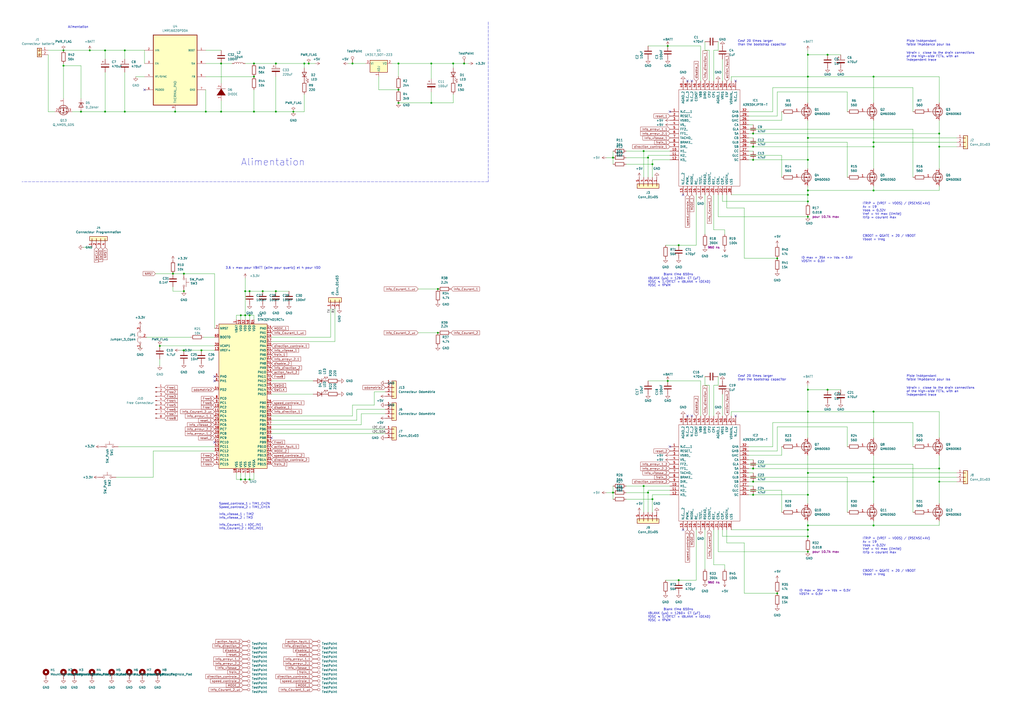
<source format=kicad_sch>
(kicad_sch (version 20231120) (generator "eeschema") (generator_version "8.0")
  (paper "A2")
  (lib_symbols
    (symbol "+3.3V_1" (power) (pin_names (offset 0))
      (property "Value" "+3.3V" (at 0 3.556 0))
      (symbol "+3.3V_1_1_1"
        (pin power_in line (at 0 0 90) (length 0) hide (name "+3.3V") (number "1"))
      )
    )
    (symbol "+3.3V_2" (power) (pin_names (offset 0))
      (property "Value" "+3.3V" (at 0 3.556 0))
      (symbol "+3.3V_2_1_1"
        (pin power_in line (at 0 0 90) (length 0) hide (name "+3.3V") (number "1"))
      )
    )
    (symbol "+3.3V_3" (power) (pin_names (offset 0))
      (property "Value" "+3.3V" (at 0 3.556 0))
      (symbol "+3.3V_3_1_1"
        (pin power_in line (at 0 0 90) (length 0) hide (name "+3.3V") (number "1"))
      )
    )
    (symbol "+3.3V_4" (power) (pin_names (offset 0))
      (property "Value" "+3.3V" (at 0 3.556 0))
      (symbol "+3.3V_4_1_1"
        (pin power_in line (at 0 0 90) (length 0) hide (name "+3.3V") (number "1"))
      )
    )
    (symbol "+5V_1" (power) (pin_names (offset 0))
      (property "Value" "+5V" (at 0 3.556 0))
      (symbol "+5V_1_1_1"
        (pin power_in line (at 0 0 90) (length 0) hide (name "+5V") (number "1"))
      )
    )
    (symbol "+5V_10" (power) (pin_names (offset 0))
      (property "Value" "+5V" (at 0 3.556 0))
      (symbol "+5V_10_1_1"
        (pin power_in line (at 0 0 90) (length 0) hide (name "+5V") (number "1"))
      )
    )
    (symbol "+5V_11" (power) (pin_names (offset 0))
      (property "Value" "+5V" (at 0 3.556 0))
      (symbol "+5V_11_1_1"
        (pin power_in line (at 0 0 90) (length 0) hide (name "+5V") (number "1"))
      )
    )
    (symbol "+5V_12" (power) (pin_names (offset 0))
      (property "Value" "+5V" (at 0 3.556 0))
      (symbol "+5V_12_1_1"
        (pin power_in line (at 0 0 90) (length 0) hide (name "+5V") (number "1"))
      )
    )
    (symbol "+5V_13" (power) (pin_names (offset 0))
      (property "Value" "+5V" (at 0 3.556 0))
      (symbol "+5V_13_1_1"
        (pin power_in line (at 0 0 90) (length 0) hide (name "+5V") (number "1"))
      )
    )
    (symbol "+5V_14" (power) (pin_names (offset 0))
      (property "Value" "+5V" (at 0 3.556 0))
      (symbol "+5V_14_1_1"
        (pin power_in line (at 0 0 90) (length 0) hide (name "+5V") (number "1"))
      )
    )
    (symbol "+5V_15" (power) (pin_names (offset 0))
      (property "Value" "+5V" (at 0 3.556 0))
      (symbol "+5V_15_1_1"
        (pin power_in line (at 0 0 90) (length 0) hide (name "+5V") (number "1"))
      )
    )
    (symbol "+5V_3" (power) (pin_names (offset 0))
      (property "Value" "+5V" (at 0 3.556 0))
      (symbol "+5V_3_1_1"
        (pin power_in line (at 0 0 90) (length 0) hide (name "+5V") (number "1"))
      )
    )
    (symbol "+5V_4" (power) (pin_names (offset 0))
      (property "Value" "+5V" (at 0 3.556 0))
      (symbol "+5V_4_1_1"
        (pin power_in line (at 0 0 90) (length 0) hide (name "+5V") (number "1"))
      )
    )
    (symbol "+5V_5" (power) (pin_names (offset 0))
      (property "Value" "+5V" (at 0 3.556 0))
      (symbol "+5V_5_1_1"
        (pin power_in line (at 0 0 90) (length 0) hide (name "+5V") (number "1"))
      )
    )
    (symbol "+5V_6" (power) (pin_names (offset 0))
      (property "Value" "+5V" (at 0 3.556 0))
      (symbol "+5V_6_1_1"
        (pin power_in line (at 0 0 90) (length 0) hide (name "+5V") (number "1"))
      )
    )
    (symbol "+5V_7" (power) (pin_names (offset 0))
      (property "Value" "+5V" (at 0 3.556 0))
      (symbol "+5V_7_1_1"
        (pin power_in line (at 0 0 90) (length 0) hide (name "+5V") (number "1"))
      )
    )
    (symbol "+5V_8" (power) (pin_names (offset 0))
      (property "Value" "+5V" (at 0 3.556 0))
      (symbol "+5V_8_1_1"
        (pin power_in line (at 0 0 90) (length 0) hide (name "+5V") (number "1"))
      )
    )
    (symbol "+5V_9" (power) (pin_names (offset 0))
      (property "Value" "+5V" (at 0 3.556 0))
      (symbol "+5V_9_1_1"
        (pin power_in line (at 0 0 90) (length 0) hide (name "+5V") (number "1"))
      )
    )
    (symbol "+BATT_1" (power) (pin_names (offset 0))
      (property "Value" "+BATT" (at 0 3.556 0))
      (symbol "+BATT_1_1_1"
        (pin power_in line (at 0 0 90) (length 0) hide (name "+BATT") (number "1"))
      )
    )
    (symbol "+BATT_2" (power) (pin_names (offset 0))
      (property "Value" "+BATT" (at 0 3.556 0))
      (symbol "+BATT_2_1_1"
        (pin power_in line (at 0 0 90) (length 0) hide (name "+BATT") (number "1"))
      )
    )
    (symbol "+BATT_3" (power) (pin_names (offset 0))
      (property "Value" "+BATT" (at 0 3.556 0))
      (symbol "+BATT_3_1_1"
        (pin power_in line (at 0 0 90) (length 0) hide (name "+BATT") (number "1"))
      )
    )
    (symbol "+BATT_4" (power) (pin_names (offset 0))
      (property "Value" "+BATT" (at 0 3.556 0))
      (symbol "+BATT_4_1_1"
        (pin power_in line (at 0 0 90) (length 0) hide (name "+BATT") (number "1"))
      )
    )
    (symbol "Connector:Conn_01x08_Male" (pin_names (offset 1.016) hide)
      (property "Reference" "J" (at 0 10.16 0))
      (property "Value" "Conn_01x08_Male" (at 0 -12.7 0))
      (symbol "Conn_01x08_Male_1_1"
        (pin passive line (at 5.08 7.62 180) (length 3.81) (name "Pin_1") (number "1"))
        (pin passive line (at 5.08 5.08 180) (length 3.81) (name "Pin_2") (number "2"))
        (pin passive line (at 5.08 2.54 180) (length 3.81) (name "Pin_3") (number "3"))
        (pin passive line (at 5.08 0 180) (length 3.81) (name "Pin_4") (number "4"))
        (pin passive line (at 5.08 -2.54 180) (length 3.81) (name "Pin_5") (number "5"))
        (pin passive line (at 5.08 -5.08 180) (length 3.81) (name "Pin_6") (number "6"))
        (pin passive line (at 5.08 -7.62 180) (length 3.81) (name "Pin_7") (number "7"))
        (pin passive line (at 5.08 -10.16 180) (length 3.81) (name "Pin_8") (number "8"))
      )
    )
    (symbol "Connector:Screw_Terminal_01x02" (pin_names (offset 1.016) hide)
      (property "Reference" "J" (at 0 2.54 0))
      (property "Value" "Screw_Terminal_01x02" (at 0 -5.08 0))
      (symbol "Screw_Terminal_01x02_1_1"
        (pin passive line (at -5.08 0 0) (length 3.81) (name "Pin_1") (number "1"))
        (pin passive line (at -5.08 -2.54 0) (length 3.81) (name "Pin_2") (number "2"))
      )
    )
    (symbol "Connector:TestPoint" (pin_numbers hide) (pin_names (offset 0.762) hide)
      (property "Reference" "TP" (at 0 6.858 0))
      (property "Value" "TestPoint" (at 0 5.08 0))
      (symbol "TestPoint_1_1"
        (pin passive line (at 0 0 90) (length 2.54) (name "1") (number "1"))
      )
    )
    (symbol "Connector_Generic:Conn_01x03" (pin_names (offset 1.016) hide)
      (property "Reference" "J" (at 0 5.08 0))
      (property "Value" "Conn_01x03" (at 0 -5.08 0))
      (symbol "Conn_01x03_1_1"
        (pin passive line (at -5.08 2.54 0) (length 3.81) (name "Pin_1") (number "1"))
        (pin passive line (at -5.08 0 0) (length 3.81) (name "Pin_2") (number "2"))
        (pin passive line (at -5.08 -2.54 0) (length 3.81) (name "Pin_3") (number "3"))
      )
    )
    (symbol "Connector_Generic:Conn_01x04" (pin_names (offset 1.016) hide)
      (property "Reference" "J" (at 0 5.08 0))
      (property "Value" "Conn_01x04" (at 0 -7.62 0))
      (symbol "Conn_01x04_1_1"
        (pin passive line (at -5.08 2.54 0) (length 3.81) (name "Pin_1") (number "1"))
        (pin passive line (at -5.08 0 0) (length 3.81) (name "Pin_2") (number "2"))
        (pin passive line (at -5.08 -2.54 0) (length 3.81) (name "Pin_3") (number "3"))
        (pin passive line (at -5.08 -5.08 0) (length 3.81) (name "Pin_4") (number "4"))
      )
    )
    (symbol "Connector_Generic:Conn_01x05" (pin_names (offset 1.016) hide)
      (property "Reference" "J" (at 0 7.62 0))
      (property "Value" "Conn_01x05" (at 0 -7.62 0))
      (symbol "Conn_01x05_1_1"
        (pin passive line (at -5.08 5.08 0) (length 3.81) (name "Pin_1") (number "1"))
        (pin passive line (at -5.08 2.54 0) (length 3.81) (name "Pin_2") (number "2"))
        (pin passive line (at -5.08 0 0) (length 3.81) (name "Pin_3") (number "3"))
        (pin passive line (at -5.08 -2.54 0) (length 3.81) (name "Pin_4") (number "4"))
        (pin passive line (at -5.08 -5.08 0) (length 3.81) (name "Pin_5") (number "5"))
      )
    )
    (symbol "Device:C" (pin_numbers hide) (pin_names (offset 0.254))
      (property "Reference" "C" (at 0.635 2.54 0))
      (property "Value" "C" (at 0.635 -2.54 0))
      (symbol "C_1_1"
        (pin passive line (at 0 3.81 270) (length 2.794) (name "~") (number "1"))
        (pin passive line (at 0 -3.81 90) (length 2.794) (name "~") (number "2"))
      )
    )
    (symbol "Device:C_Polarized" (pin_numbers hide) (pin_names (offset 0.254))
      (property "Reference" "C" (at 0.635 2.54 0))
      (property "Value" "C_Polarized" (at 0.635 -2.54 0))
      (symbol "C_Polarized_1_1"
        (pin passive line (at 0 3.81 270) (length 2.794) (name "~") (number "1"))
        (pin passive line (at 0 -3.81 90) (length 2.794) (name "~") (number "2"))
      )
    )
    (symbol "Device:C_Small" (pin_numbers hide) (pin_names (offset 0.254) hide)
      (property "Reference" "C" (at 0.254 1.778 0))
      (property "Value" "C_Small" (at 0.254 -2.032 0))
      (symbol "C_Small_1_1"
        (pin passive line (at 0 2.54 270) (length 2.032) (name "~") (number "1"))
        (pin passive line (at 0 -2.54 90) (length 2.032) (name "~") (number "2"))
      )
    )
    (symbol "Device:D_Zener" (pin_numbers hide) (pin_names (offset 1.016) hide)
      (property "Reference" "D" (at 0 2.54 0))
      (property "Value" "D_Zener" (at 0 -2.54 0))
      (symbol "D_Zener_1_1"
        (pin passive line (at -3.81 0 0) (length 2.54) (name "K") (number "1"))
        (pin passive line (at 3.81 0 180) (length 2.54) (name "A") (number "2"))
      )
    )
    (symbol "Device:L" (pin_numbers hide) (pin_names (offset 1.016) hide)
      (property "Reference" "L" (at -1.27 0 90))
      (property "Value" "L" (at 1.905 0 90))
      (symbol "L_1_1"
        (pin passive line (at 0 3.81 270) (length 1.27) (name "1") (number "1"))
        (pin passive line (at 0 -3.81 90) (length 1.27) (name "2") (number "2"))
      )
    )
    (symbol "Device:LED" (pin_numbers hide) (pin_names (offset 1.016) hide)
      (property "Reference" "D" (at 0 2.54 0))
      (property "Value" "LED" (at 0 -2.54 0))
      (symbol "LED_1_1"
        (pin passive line (at -3.81 0 0) (length 2.54) (name "K") (number "1"))
        (pin passive line (at 3.81 0 180) (length 2.54) (name "A") (number "2"))
      )
    )
    (symbol "Device:Q_NMOS_GDS" (pin_names (offset 0) hide)
      (property "Reference" "Q" (at 5.08 1.27 0))
      (property "Value" "Q_NMOS_GDS" (at 5.08 -1.27 0))
      (symbol "Q_NMOS_GDS_1_1"
        (pin input line (at -5.08 0 0) (length 2.54) (name "G") (number "1"))
        (pin passive line (at 2.54 5.08 270) (length 2.54) (name "D") (number "2"))
        (pin passive line (at 2.54 -5.08 90) (length 2.54) (name "S") (number "3"))
      )
    )
    (symbol "Device:R" (pin_numbers hide) (pin_names (offset 0))
      (property "Reference" "R" (at 2.032 0 90))
      (property "Value" "R" (at 0 0 90))
      (symbol "R_1_1"
        (pin passive line (at 0 3.81 270) (length 1.27) (name "~") (number "1"))
        (pin passive line (at 0 -3.81 90) (length 1.27) (name "~") (number "2"))
      )
    )
    (symbol "Jumper:Jumper_3_Open" (pin_names (offset 0) hide)
      (property "Reference" "JP" (at -2.54 -2.54 0))
      (property "Value" "Jumper_3_Open" (at 0 2.794 0))
      (symbol "Jumper_3_Open_1_1"
        (pin passive line (at -6.35 0 0) (length 2.54) (name "A") (number "1"))
        (pin passive line (at 0 -3.81 90) (length 2.54) (name "C") (number "2"))
        (pin passive line (at 6.35 0 180) (length 2.54) (name "B") (number "3"))
      )
    )
    (symbol "LMR16020PDDA:LMR16020PDDA" (pin_names (offset 1.016))
      (property "Reference" "U4" (at 0 25.4 0))
      (property "Value" "LMR16020PDDA" (at 0 22.86 0))
      (symbol "LMR16020PDDA_0_0"
        (pin bidirectional line (at 17.78 11.43 180) (length 5.08) (name "BOOT") (number "1"))
        (pin input line (at -17.78 11.43 0) (length 5.08) (name "VIN") (number "2"))
        (pin bidirectional line (at -17.78 3.81 0) (length 5.08) (name "EN") (number "3"))
        (pin bidirectional line (at -17.78 -3.81 0) (length 5.08) (name "RT/SYNC") (number "4"))
        (pin bidirectional line (at 17.78 -3.81 180) (length 5.08) (name "FB") (number "5"))
        (pin bidirectional line (at -17.78 -11.43 0) (length 5.08) (name "PGOOD") (number "6"))
        (pin power_in line (at 17.78 -11.43 180) (length 5.08) (name "GND") (number "7"))
        (pin bidirectional line (at 17.78 3.81 180) (length 5.08) (name "SW") (number "8"))
      )
      (symbol "LMR16020PDDA_1_1"
        (pin bidirectional line (at 0 -22.86 90) (length 2.54) (name "THERMAL_PAD") (number "9"))
      )
    )
    (symbol "MCU_ST_STM32F4:STM32F401RCTx"
      (property "Reference" "U" (at -15.24 41.91 0))
      (property "Value" "STM32F401RCTx" (at 7.62 41.91 0))
      (symbol "STM32F401RCTx_1_1"
        (pin power_in line (at -5.08 43.18 270) (length 2.54) (name "VBAT") (number "1"))
        (pin bidirectional line (at -17.78 -7.62 0) (length 2.54) (name "PC2") (number "10"))
        (pin bidirectional line (at -17.78 -10.16 0) (length 2.54) (name "PC3") (number "11"))
        (pin power_in line (at 5.08 -45.72 90) (length 2.54) (name "VSSA") (number "12"))
        (pin power_in line (at -17.78 25.4 0) (length 2.54) (name "VREF+") (number "13"))
        (pin bidirectional line (at 15.24 38.1 180) (length 2.54) (name "PA0") (number "14"))
        (pin bidirectional line (at 15.24 35.56 180) (length 2.54) (name "PA1") (number "15"))
        (pin bidirectional line (at 15.24 33.02 180) (length 2.54) (name "PA2") (number "16"))
        (pin bidirectional line (at 15.24 30.48 180) (length 2.54) (name "PA3") (number "17"))
        (pin power_in line (at -5.08 -45.72 90) (length 2.54) (name "VSS") (number "18"))
        (pin power_in line (at -2.54 43.18 270) (length 2.54) (name "VDD") (number "19"))
        (pin bidirectional line (at -17.78 -35.56 0) (length 2.54) (name "PC13") (number "2"))
        (pin bidirectional line (at 15.24 27.94 180) (length 2.54) (name "PA4") (number "20"))
        (pin bidirectional line (at 15.24 25.4 180) (length 2.54) (name "PA5") (number "21"))
        (pin bidirectional line (at 15.24 22.86 180) (length 2.54) (name "PA6") (number "22"))
        (pin bidirectional line (at 15.24 20.32 180) (length 2.54) (name "PA7") (number "23"))
        (pin bidirectional line (at -17.78 -12.7 0) (length 2.54) (name "PC4") (number "24"))
        (pin bidirectional line (at -17.78 -15.24 0) (length 2.54) (name "PC5") (number "25"))
        (pin bidirectional line (at 15.24 -5.08 180) (length 2.54) (name "PB0") (number "26"))
        (pin bidirectional line (at 15.24 -7.62 180) (length 2.54) (name "PB1") (number "27"))
        (pin bidirectional line (at 15.24 -10.16 180) (length 2.54) (name "PB2") (number "28"))
        (pin bidirectional line (at 15.24 -30.48 180) (length 2.54) (name "PB10") (number "29"))
        (pin bidirectional line (at -17.78 -38.1 0) (length 2.54) (name "PC14") (number "3"))
        (pin power_in line (at -17.78 27.94 0) (length 2.54) (name "VCAP1") (number "30"))
        (pin power_in line (at -2.54 -45.72 90) (length 2.54) (name "VSS") (number "31"))
        (pin power_in line (at 0 43.18 270) (length 2.54) (name "VDD") (number "32"))
        (pin bidirectional line (at 15.24 -33.02 180) (length 2.54) (name "PB12") (number "33"))
        (pin bidirectional line (at 15.24 -35.56 180) (length 2.54) (name "PB13") (number "34"))
        (pin bidirectional line (at 15.24 -38.1 180) (length 2.54) (name "PB14") (number "35"))
        (pin bidirectional line (at 15.24 -40.64 180) (length 2.54) (name "PB15") (number "36"))
        (pin bidirectional line (at -17.78 -17.78 0) (length 2.54) (name "PC6") (number "37"))
        (pin bidirectional line (at -17.78 -20.32 0) (length 2.54) (name "PC7") (number "38"))
        (pin bidirectional line (at -17.78 -22.86 0) (length 2.54) (name "PC8") (number "39"))
        (pin bidirectional line (at -17.78 -40.64 0) (length 2.54) (name "PC15") (number "4"))
        (pin bidirectional line (at -17.78 -25.4 0) (length 2.54) (name "PC9") (number "40"))
        (pin bidirectional line (at 15.24 17.78 180) (length 2.54) (name "PA8") (number "41"))
        (pin bidirectional line (at 15.24 15.24 180) (length 2.54) (name "PA9") (number "42"))
        (pin bidirectional line (at 15.24 12.7 180) (length 2.54) (name "PA10") (number "43"))
        (pin bidirectional line (at 15.24 10.16 180) (length 2.54) (name "PA11") (number "44"))
        (pin bidirectional line (at 15.24 7.62 180) (length 2.54) (name "PA12") (number "45"))
        (pin bidirectional line (at 15.24 5.08 180) (length 2.54) (name "PA13") (number "46"))
        (pin power_in line (at 0 -45.72 90) (length 2.54) (name "VSS") (number "47"))
        (pin power_in line (at 2.54 43.18 270) (length 2.54) (name "VDD") (number "48"))
        (pin bidirectional line (at 15.24 2.54 180) (length 2.54) (name "PA14") (number "49"))
        (pin input line (at -17.78 10.16 0) (length 2.54) (name "PH0") (number "5"))
        (pin bidirectional line (at 15.24 0 180) (length 2.54) (name "PA15") (number "50"))
        (pin bidirectional line (at -17.78 -27.94 0) (length 2.54) (name "PC10") (number "51"))
        (pin bidirectional line (at -17.78 -30.48 0) (length 2.54) (name "PC11") (number "52"))
        (pin bidirectional line (at -17.78 -33.02 0) (length 2.54) (name "PC12") (number "53"))
        (pin bidirectional line (at -17.78 2.54 0) (length 2.54) (name "PD2") (number "54"))
        (pin bidirectional line (at 15.24 -12.7 180) (length 2.54) (name "PB3") (number "55"))
        (pin bidirectional line (at 15.24 -15.24 180) (length 2.54) (name "PB4") (number "56"))
        (pin bidirectional line (at 15.24 -17.78 180) (length 2.54) (name "PB5") (number "57"))
        (pin bidirectional line (at 15.24 -20.32 180) (length 2.54) (name "PB6") (number "58"))
        (pin bidirectional line (at 15.24 -22.86 180) (length 2.54) (name "PB7") (number "59"))
        (pin input line (at -17.78 7.62 0) (length 2.54) (name "PH1") (number "6"))
        (pin input line (at -17.78 33.02 0) (length 2.54) (name "BOOT0") (number "60"))
        (pin bidirectional line (at 15.24 -25.4 180) (length 2.54) (name "PB8") (number "61"))
        (pin bidirectional line (at 15.24 -27.94 180) (length 2.54) (name "PB9") (number "62"))
        (pin power_in line (at 2.54 -45.72 90) (length 2.54) (name "VSS") (number "63"))
        (pin power_in line (at 5.08 43.18 270) (length 2.54) (name "VDD") (number "64"))
        (pin input line (at -17.78 38.1 0) (length 2.54) (name "NRST") (number "7"))
        (pin bidirectional line (at -17.78 -2.54 0) (length 2.54) (name "PC0") (number "8"))
        (pin bidirectional line (at -17.78 -5.08 0) (length 2.54) (name "PC1") (number "9"))
      )
    )
    (symbol "Mechanical:MountingHole_Pad" (pin_numbers hide) (pin_names (offset 1.016) hide)
      (property "Reference" "H" (at 0 6.35 0))
      (property "Value" "MountingHole_Pad" (at 0 4.445 0))
      (symbol "MountingHole_Pad_1_1"
        (pin input line (at 0 -2.54 90) (length 2.54) (name "1") (number "1"))
      )
    )
    (symbol "MountingHole_Pad_1" (pin_numbers hide) (pin_names (offset 1.016) hide)
      (property "Reference" "H" (at 0 6.35 0))
      (property "Value" "MountingHole_Pad" (at 0 4.445 0))
      (symbol "MountingHole_Pad_1_1_1"
        (pin input line (at 0 -2.54 90) (length 2.54) (name "1") (number "1"))
      )
    )
    (symbol "MountingHole_Pad_2" (pin_numbers hide) (pin_names (offset 1.016) hide)
      (property "Reference" "H" (at 0 6.35 0))
      (property "Value" "MountingHole_Pad" (at 0 4.445 0))
      (symbol "MountingHole_Pad_2_1_1"
        (pin input line (at 0 -2.54 90) (length 2.54) (name "1") (number "1"))
      )
    )
    (symbol "MountingHole_Pad_3" (pin_numbers hide) (pin_names (offset 1.016) hide)
      (property "Reference" "H" (at 0 6.35 0))
      (property "Value" "MountingHole_Pad" (at 0 4.445 0))
      (symbol "MountingHole_Pad_3_1_1"
        (pin input line (at 0 -2.54 90) (length 2.54) (name "1") (number "1"))
      )
    )
    (symbol "MountingHole_Pad_4" (pin_numbers hide) (pin_names (offset 1.016) hide)
      (property "Reference" "H" (at 0 6.35 0))
      (property "Value" "MountingHole_Pad" (at 0 4.445 0))
      (symbol "MountingHole_Pad_4_1_1"
        (pin input line (at 0 -2.54 90) (length 2.54) (name "1") (number "1"))
      )
    )
    (symbol "MountingHole_Pad_5" (pin_numbers hide) (pin_names (offset 1.016) hide)
      (property "Reference" "H" (at 0 6.35 0))
      (property "Value" "MountingHole_Pad" (at 0 4.445 0))
      (symbol "MountingHole_Pad_5_1_1"
        (pin input line (at 0 -2.54 90) (length 2.54) (name "1") (number "1"))
      )
    )
    (symbol "MountingHole_Pad_6" (pin_numbers hide) (pin_names (offset 1.016) hide)
      (property "Reference" "H" (at 0 6.35 0))
      (property "Value" "MountingHole_Pad" (at 0 4.445 0))
      (symbol "MountingHole_Pad_6_1_1"
        (pin input line (at 0 -2.54 90) (length 2.54) (name "1") (number "1"))
      )
    )
    (symbol "MountingHole_Pad_7" (pin_numbers hide) (pin_names (offset 1.016) hide)
      (property "Reference" "H" (at 0 6.35 0))
      (property "Value" "MountingHole_Pad" (at 0 4.445 0))
      (symbol "MountingHole_Pad_7_1_1"
        (pin input line (at 0 -2.54 90) (length 2.54) (name "1") (number "1"))
      )
    )
    (symbol "PWR_FLAG_1" (power) (pin_numbers hide) (pin_names (offset 0) hide)
      (property "Value" "PWR_FLAG" (at 0 3.81 0))
      (symbol "PWR_FLAG_1_0_0"
        (pin power_out line (at 0 0 90) (length 0) (name "pwr") (number "1"))
      )
    )
    (symbol "PWR_FLAG_2" (power) (pin_numbers hide) (pin_names (offset 0) hide)
      (property "Value" "PWR_FLAG" (at 0 3.81 0))
      (symbol "PWR_FLAG_2_0_0"
        (pin power_out line (at 0 0 90) (length 0) (name "pwr") (number "1"))
      )
    )
    (symbol "PWR_FLAG_3" (power) (pin_numbers hide) (pin_names (offset 0) hide)
      (property "Value" "PWR_FLAG" (at 0 3.81 0))
      (symbol "PWR_FLAG_3_0_0"
        (pin power_out line (at 0 0 90) (length 0) (name "pwr") (number "1"))
      )
    )
    (symbol "QM6006D_1" (pin_names hide)
      (property "Reference" "Q" (at 5.08 1.905 0))
      (property "Value" "QM6006D" (at 5.08 0 0))
      (symbol "QM6006D_1_1_1"
        (pin input line (at -5.08 0 0) (length 2.54) (name "G") (number "1"))
        (pin passive line (at 2.54 5.08 270) (length 2.54) (name "D") (number "2"))
        (pin passive line (at 2.54 -5.08 90) (length 2.54) (name "S") (number "3"))
      )
    )
    (symbol "QM6006D_10" (pin_names hide)
      (property "Reference" "Q" (at 5.08 1.905 0))
      (property "Value" "QM6006D" (at 5.08 0 0))
      (symbol "QM6006D_10_1_1"
        (pin input line (at -5.08 0 0) (length 2.54) (name "G") (number "1"))
        (pin passive line (at 2.54 5.08 270) (length 2.54) (name "D") (number "2"))
        (pin passive line (at 2.54 -5.08 90) (length 2.54) (name "S") (number "3"))
      )
    )
    (symbol "QM6006D_11" (pin_names hide)
      (property "Reference" "Q" (at 5.08 1.905 0))
      (property "Value" "QM6006D" (at 5.08 0 0))
      (symbol "QM6006D_11_1_1"
        (pin input line (at -5.08 0 0) (length 2.54) (name "G") (number "1"))
        (pin passive line (at 2.54 5.08 270) (length 2.54) (name "D") (number "2"))
        (pin passive line (at 2.54 -5.08 90) (length 2.54) (name "S") (number "3"))
      )
    )
    (symbol "QM6006D_2" (pin_names hide)
      (property "Reference" "Q" (at 5.08 1.905 0))
      (property "Value" "QM6006D" (at 5.08 0 0))
      (symbol "QM6006D_2_1_1"
        (pin input line (at -5.08 0 0) (length 2.54) (name "G") (number "1"))
        (pin passive line (at 2.54 5.08 270) (length 2.54) (name "D") (number "2"))
        (pin passive line (at 2.54 -5.08 90) (length 2.54) (name "S") (number "3"))
      )
    )
    (symbol "QM6006D_3" (pin_names hide)
      (property "Reference" "Q" (at 5.08 1.905 0))
      (property "Value" "QM6006D" (at 5.08 0 0))
      (symbol "QM6006D_3_1_1"
        (pin input line (at -5.08 0 0) (length 2.54) (name "G") (number "1"))
        (pin passive line (at 2.54 5.08 270) (length 2.54) (name "D") (number "2"))
        (pin passive line (at 2.54 -5.08 90) (length 2.54) (name "S") (number "3"))
      )
    )
    (symbol "QM6006D_4" (pin_names hide)
      (property "Reference" "Q" (at 5.08 1.905 0))
      (property "Value" "QM6006D" (at 5.08 0 0))
      (symbol "QM6006D_4_1_1"
        (pin input line (at -5.08 0 0) (length 2.54) (name "G") (number "1"))
        (pin passive line (at 2.54 5.08 270) (length 2.54) (name "D") (number "2"))
        (pin passive line (at 2.54 -5.08 90) (length 2.54) (name "S") (number "3"))
      )
    )
    (symbol "QM6006D_5" (pin_names hide)
      (property "Reference" "Q" (at 5.08 1.905 0))
      (property "Value" "QM6006D" (at 5.08 0 0))
      (symbol "QM6006D_5_1_1"
        (pin input line (at -5.08 0 0) (length 2.54) (name "G") (number "1"))
        (pin passive line (at 2.54 5.08 270) (length 2.54) (name "D") (number "2"))
        (pin passive line (at 2.54 -5.08 90) (length 2.54) (name "S") (number "3"))
      )
    )
    (symbol "QM6006D_6" (pin_names hide)
      (property "Reference" "Q" (at 5.08 1.905 0))
      (property "Value" "QM6006D" (at 5.08 0 0))
      (symbol "QM6006D_6_1_1"
        (pin input line (at -5.08 0 0) (length 2.54) (name "G") (number "1"))
        (pin passive line (at 2.54 5.08 270) (length 2.54) (name "D") (number "2"))
        (pin passive line (at 2.54 -5.08 90) (length 2.54) (name "S") (number "3"))
      )
    )
    (symbol "QM6006D_7" (pin_names hide)
      (property "Reference" "Q" (at 5.08 1.905 0))
      (property "Value" "QM6006D" (at 5.08 0 0))
      (symbol "QM6006D_7_1_1"
        (pin input line (at -5.08 0 0) (length 2.54) (name "G") (number "1"))
        (pin passive line (at 2.54 5.08 270) (length 2.54) (name "D") (number "2"))
        (pin passive line (at 2.54 -5.08 90) (length 2.54) (name "S") (number "3"))
      )
    )
    (symbol "QM6006D_8" (pin_names hide)
      (property "Reference" "Q" (at 5.08 1.905 0))
      (property "Value" "QM6006D" (at 5.08 0 0))
      (symbol "QM6006D_8_1_1"
        (pin input line (at -5.08 0 0) (length 2.54) (name "G") (number "1"))
        (pin passive line (at 2.54 5.08 270) (length 2.54) (name "D") (number "2"))
        (pin passive line (at 2.54 -5.08 90) (length 2.54) (name "S") (number "3"))
      )
    )
    (symbol "QM6006D_9" (pin_names hide)
      (property "Reference" "Q" (at 5.08 1.905 0))
      (property "Value" "QM6006D" (at 5.08 0 0))
      (symbol "QM6006D_9_1_1"
        (pin input line (at -5.08 0 0) (length 2.54) (name "G") (number "1"))
        (pin passive line (at 2.54 5.08 270) (length 2.54) (name "D") (number "2"))
        (pin passive line (at 2.54 -5.08 90) (length 2.54) (name "S") (number "3"))
      )
    )
    (symbol "Regulator_Linear:LM317_SOT-223" (pin_names (offset 0.254))
      (property "Reference" "U" (at -3.81 3.175 0))
      (property "Value" "LM317_SOT-223" (at 0 3.175 0))
      (symbol "LM317_SOT-223_1_1"
        (pin input line (at 0 -7.62 90) (length 2.54) (name "ADJ") (number "1"))
        (pin power_out line (at 7.62 0 180) (length 2.54) (name "VO") (number "2"))
        (pin power_in line (at -7.62 0 0) (length 2.54) (name "VI") (number "3"))
      )
    )
    (symbol "Switch:SW_Push" (pin_numbers hide) (pin_names (offset 1.016) hide)
      (property "Reference" "SW" (at 1.27 2.54 0))
      (property "Value" "SW_Push" (at 0 -1.524 0))
      (symbol "SW_Push_0_1"
        (pin passive line (at -5.08 0 0) (length 2.54) (name "1") (number "1"))
        (pin passive line (at 5.08 0 180) (length 2.54) (name "2") (number "2"))
      )
    )
    (symbol "Transistor_FET:QM6006D" (pin_names hide)
      (property "Reference" "Q" (at 5.08 1.905 0))
      (property "Value" "QM6006D" (at 5.08 0 0))
      (symbol "QM6006D_1_1"
        (pin input line (at -5.08 0 0) (length 2.54) (name "G") (number "1"))
        (pin passive line (at 2.54 5.08 270) (length 2.54) (name "D") (number "2"))
        (pin passive line (at 2.54 -5.08 90) (length 2.54) (name "S") (number "3"))
      )
    )
    (symbol "a3930kjptr-t:A3930KJPTR-T" (pin_names (offset 0.762))
      (property "Reference" "IC1" (at 49.53 6.5788 0))
      (property "Value" "A3930KJPTR-T" (at 49.53 4.0388 0))
      (symbol "A3930KJPTR-T_0_0"
        (pin passive line (at 0 0 0) (length 5.08) (name "N.C.__1") (number "1"))
        (pin passive line (at 0 -22.86 0) (length 5.08) (name "H1_") (number "10"))
        (pin passive line (at 0 -25.4 0) (length 5.08) (name "H2_") (number "11"))
        (pin passive line (at 0 -27.94 0) (length 5.08) (name "H3_") (number "12"))
        (pin passive line (at 7.62 -48.26 90) (length 5.08) (name "N.C.__2") (number "13"))
        (pin passive line (at 10.16 -48.26 90) (length 5.08) (name "PWM_") (number "14"))
        (pin passive line (at 12.7 -48.26 90) (length 5.08) (name "MODE_") (number "15"))
        (pin passive line (at 15.24 -48.26 90) (length 5.08) (name "RC_") (number "16"))
        (pin passive line (at 17.78 -48.26 90) (length 5.08) (name "TEST_") (number "17"))
        (pin passive line (at 20.32 -48.26 90) (length 5.08) (name "RDEAD_") (number "18"))
        (pin passive line (at 22.86 -48.26 90) (length 5.08) (name "CSOUT_") (number "19"))
        (pin passive line (at 0 -2.54 0) (length 5.08) (name "RESET_") (number "2"))
        (pin passive line (at 25.4 -48.26 90) (length 5.08) (name "REF_") (number "20"))
        (pin passive line (at 27.94 -48.26 90) (length 5.08) (name "CSN_") (number "21"))
        (pin passive line (at 30.48 -48.26 90) (length 5.08) (name "CSP_") (number "22"))
        (pin passive line (at 33.02 -48.26 90) (length 5.08) (name "VDSTH_") (number "23"))
        (pin passive line (at 35.56 17.78 270) (length 5.08) (name "VDRAIN_") (number "24"))
        (pin passive line (at 45.72 -27.94 180) (length 5.08) (name "SC") (number "25"))
        (pin passive line (at 45.72 -5.08 180) (length 5.08) (name "GHC") (number "26"))
        (pin passive line (at 45.72 -22.86 180) (length 5.08) (name "CC") (number "27"))
        (pin passive line (at 45.72 -20.32 180) (length 5.08) (name "SB") (number "28"))
        (pin passive line (at 45.72 -2.54 180) (length 5.08) (name "GHB") (number "29"))
        (pin passive line (at 0 -5.08 0) (length 5.08) (name "V5BD_") (number "3"))
        (pin passive line (at 45.72 -15.24 180) (length 5.08) (name "CB") (number "30"))
        (pin passive line (at 45.72 -12.7 180) (length 5.08) (name "SA") (number "31"))
        (pin passive line (at 45.72 0 180) (length 5.08) (name "GHA") (number "32"))
        (pin passive line (at 45.72 -7.62 180) (length 5.08) (name "CA") (number "33"))
        (pin passive line (at 45.72 -25.4 180) (length 5.08) (name "GLC") (number "34"))
        (pin passive line (at 45.72 -17.78 180) (length 5.08) (name "GLB") (number "35"))
        (pin passive line (at 45.72 -10.16 180) (length 5.08) (name "GLA") (number "36"))
        (pin passive line (at 38.1 17.78 270) (length 5.08) (name "N.C._1") (number "37"))
        (pin passive line (at 35.56 -48.26 90) (length 5.08) (name "LSS") (number "38"))
        (pin passive line (at 33.02 17.78 270) (length 5.08) (name "ESF") (number "39"))
        (pin passive line (at 0 -7.62 0) (length 5.08) (name "V5_") (number "4"))
        (pin passive line (at 30.48 17.78 270) (length 5.08) (name "VREG") (number "40"))
        (pin passive line (at 27.94 17.78 270) (length 5.08) (name "AGND_1") (number "41"))
        (pin passive line (at 25.4 17.78 270) (length 5.08) (name "CP1") (number "42"))
        (pin passive line (at 22.86 17.78 270) (length 5.08) (name "CP2") (number "43"))
        (pin passive line (at 20.32 17.78 270) (length 5.08) (name "DIRO") (number "44"))
        (pin passive line (at 17.78 17.78 270) (length 5.08) (name "VBB") (number "45"))
        (pin passive line (at 15.24 17.78 270) (length 5.08) (name "COAST") (number "46"))
        (pin passive line (at 12.7 17.78 270) (length 5.08) (name "N.C._2") (number "47"))
        (pin passive line (at 10.16 17.78 270) (length 5.08) (name "N.C._3") (number "48"))
        (pin passive line (at 7.62 17.78 270) (length 5.08) (name "AGND_2") (number "49"))
        (pin passive line (at 0 -10.16 0) (length 5.08) (name "FF2_") (number "5"))
        (pin passive line (at 0 -12.7 0) (length 5.08) (name "FF1_") (number "6"))
        (pin passive line (at 0 -15.24 0) (length 5.08) (name "TACHO_") (number "7"))
        (pin passive line (at 0 -17.78 0) (length 5.08) (name "BRAKE_") (number "8"))
        (pin passive line (at 0 -20.32 0) (length 5.08) (name "DIR_") (number "9"))
      )
    )
    (symbol "power:+3.3V" (power) (pin_names (offset 0))
      (property "Value" "+3.3V" (at 0 3.556 0))
      (symbol "+3.3V_1_1"
        (pin power_in line (at 0 0 90) (length 0) hide (name "+3.3V") (number "1"))
      )
    )
    (symbol "power:+5V" (power) (pin_names (offset 0))
      (property "Value" "+5V" (at 0 3.556 0))
      (symbol "+5V_1_1"
        (pin power_in line (at 0 0 90) (length 0) hide (name "+5V") (number "1"))
      )
    )
    (symbol "power:+BATT" (power) (pin_names (offset 0))
      (property "Value" "+BATT" (at 0 3.556 0))
      (symbol "+BATT_1_1"
        (pin power_in line (at 0 0 90) (length 0) hide (name "+BATT") (number "1"))
      )
    )
    (symbol "power:GND" (power) (pin_numbers hide) (pin_names (offset 0) hide)
      (property "Value" "GND" (at 0 -3.81 0))
      (symbol "GND_1_1"
        (pin power_in line (at 0 0 270) (length 0) (name "~") (number "1"))
      )
    )
    (symbol "power:PWR_FLAG" (power) (pin_numbers hide) (pin_names (offset 0) hide)
      (property "Value" "PWR_FLAG" (at 0 3.81 0))
      (symbol "PWR_FLAG_0_0"
        (pin power_out line (at 0 0 90) (length 0) (name "pwr") (number "1"))
      )
    )
    (symbol "pspice:DIODE" (pin_names (offset 1.016) hide)
      (property "Reference" "D" (at 0 3.81 0))
      (property "Value" "DIODE" (at 0 -4.445 0))
      (symbol "DIODE_1_1"
        (pin input line (at -5.08 0 0) (length 3.81) (name "K") (number "1"))
        (pin input line (at 5.08 0 180) (length 3.81) (name "A") (number "2"))
      )
    )
  )
  (junction (at 436.88 271.78))
  (junction (at 468.63 274.32))
  (junction (at 231.14 59.69))
  (junction (at 436.88 85.09))
  (junction (at 468.63 226.06))
  (junction (at 450.85 149.86))
  (junction (at 436.88 287.02))
  (junction (at 144.78 168.91))
  (junction (at 144.78 182.88))
  (junction (at 436.88 279.4))
  (junction (at 544.83 85.09))
  (junction (at 142.24 278.13))
  (junction (at 373.38 87.63))
  (junction (at 179.07 36.83))
  (junction (at 116.84 203.2))
  (junction (at 160.02 36.83))
  (junction (at 480.06 226.06))
  (junction (at 544.83 279.4))
  (junction (at 468.63 116.84))
  (junction (at 106.68 203.2))
  (junction (at 468.63 110.49))
  (junction (at 506.73 44.45))
  (junction (at 92.71 200.66))
  (junction (at 436.88 92.71))
  (junction (at 506.73 279.4))
  (junction (at 36.83 38.1))
  (junction (at 468.63 287.02))
  (junction (at 387.35 220.98))
  (junction (at 160.02 168.91))
  (junction (at 468.63 238.76))
  (junction (at 72.39 29.21))
  (junction (at 231.14 52.07))
  (junction (at 355.6 91.44))
  (junction (at 387.35 26.67))
  (junction (at 60.96 29.21))
  (junction (at 393.7 336.55))
  (junction (at 506.73 82.55))
  (junction (at 231.14 36.83))
  (junction (at 100.33 158.75))
  (junction (at 468.63 31.75))
  (junction (at 139.7 278.13))
  (junction (at 204.47 36.83))
  (junction (at 355.6 285.75))
  (junction (at 468.63 44.45))
  (junction (at 101.6 64.77))
  (junction (at 144.78 278.13))
  (junction (at 375.92 285.75))
  (junction (at 52.07 29.21))
  (junction (at 106.68 158.75))
  (junction (at 506.73 110.49))
  (junction (at 393.7 142.24))
  (junction (at 254 167.64))
  (junction (at 468.63 113.03))
  (junction (at 139.7 182.88))
  (junction (at 378.46 289.56))
  (junction (at 506.73 238.76))
  (junction (at 128.27 36.83))
  (junction (at 375.92 91.44))
  (junction (at 544.83 77.47))
  (junction (at 436.88 77.47))
  (junction (at 468.63 125.73))
  (junction (at 373.38 281.94))
  (junction (at 450.85 344.17))
  (junction (at 269.24 36.83))
  (junction (at 468.63 304.8))
  (junction (at 506.73 304.8))
  (junction (at 250.19 59.69))
  (junction (at 378.46 95.25))
  (junction (at 46.99 64.77))
  (junction (at 262.89 36.83))
  (junction (at 106.68 168.91))
  (junction (at 254 193.04))
  (junction (at 147.32 44.45))
  (junction (at 72.39 64.77))
  (junction (at 468.63 311.15))
  (junction (at 36.83 29.21))
  (junction (at 468.63 307.34))
  (junction (at 468.63 80.01))
  (junction (at 142.24 182.88))
  (junction (at 170.18 64.77))
  (junction (at 119.38 64.77))
  (junction (at 147.32 36.83))
  (junction (at 152.4 168.91))
  (junction (at 160.02 64.77))
  (junction (at 128.27 64.77))
  (junction (at 468.63 320.04))
  (junction (at 480.06 31.75))
  (junction (at 60.96 64.77))
  (junction (at 468.63 92.71))
  (junction (at 176.53 36.83))
  (junction (at 506.73 276.86))
  (junction (at 147.32 64.77))
  (junction (at 544.83 271.78))
  (junction (at 142.24 168.91))
  (junction (at 506.73 85.09))
  (junction (at 250.19 36.83))
  (no_connect (at 124.46 220.98))
  (no_connect (at 426.72 241.3))
  (no_connect (at 124.46 218.44))
  (no_connect (at 83.82 52.07))
  (no_connect (at 124.46 256.54))
  (no_connect (at 157.48 254))
  (no_connect (at 396.24 307.34))
  (no_connect (at 426.72 46.99))
  (no_connect (at 401.32 46.99))
  (no_connect (at 398.78 46.99))
  (no_connect (at 396.24 113.03))
  (no_connect (at 388.62 64.77))
  (no_connect (at 398.78 241.3))
  (no_connect (at 401.32 241.3))
  (no_connect (at 388.62 259.08))
  (wire (pts (xy 506.73 69.85) (xy 506.73 82.55)))
  (wire (pts (xy 434.34 67.31) (xy 450.85 67.31)))
  (wire (pts (xy 269.24 36.83) (xy 271.78 36.83)))
  (wire (pts (xy 529.59 245.11) (xy 529.59 259.08)))
  (wire (pts (xy 468.63 44.45) (xy 506.73 44.45)))
  (wire (pts (xy 124.46 158.75) (xy 124.46 190.5)))
  (wire (pts (xy 209.55 240.03) (xy 223.52 240.03)))
  (wire (pts (xy 434.34 82.55) (xy 491.49 82.55)))
  (wire (pts (xy 468.63 80.01) (xy 468.63 92.71)))
  (wire (pts (xy 529.59 50.8) (xy 529.59 64.77)))
  (wire (pts (xy 41.91 64.77) (xy 46.99 64.77)))
  (wire (pts (xy 491.49 82.55) (xy 491.49 102.87)))
  (wire (pts (xy 416.56 320.04) (xy 468.63 320.04)))
  (wire (pts (xy 250.19 59.69) (xy 231.14 59.69)))
  (wire (pts (xy 544.83 264.16) (xy 544.83 271.78)))
  (wire (pts (xy 142.24 274.32) (xy 142.24 278.13)))
  (wire (pts (xy 378.46 102.87) (xy 378.46 95.25)))
  (wire (pts (xy 152.4 168.91) (xy 160.02 168.91)))
  (wire (pts (xy 434.34 90.17) (xy 453.39 90.17)))
  (wire (pts (xy 434.34 264.16) (xy 453.39 264.16)))
  (wire (pts (xy 544.83 271.78) (xy 544.83 279.4)))
  (wire (pts (xy 242.57 193.04) (xy 254 193.04)))
  (wire (pts (xy 147.32 185.42) (xy 147.32 182.88)))
  (wire (pts (xy 207.01 237.49) (xy 223.52 237.49)))
  (wire (pts (xy 468.63 110.49) (xy 468.63 113.03)))
  (wire (pts (xy 468.63 110.49) (xy 506.73 110.49)))
  (wire (pts (xy 355.6 281.94) (xy 355.6 285.75)))
  (wire (pts (xy 27.94 29.21) (xy 36.83 29.21)))
  (wire (pts (xy 450.85 53.34) (xy 491.49 53.34)))
  (wire (pts (xy 434.34 279.4) (xy 436.88 279.4)))
  (wire (pts (xy 378.46 92.71) (xy 388.62 92.71)))
  (wire (pts (xy 250.19 36.83) (xy 250.19 45.72)))
  (wire (pts (xy 544.83 304.8) (xy 544.83 302.26)))
  (wire (pts (xy 142.24 168.91) (xy 144.78 168.91)))
  (wire (pts (xy 411.48 29.21) (xy 411.48 46.99)))
  (wire (pts (xy 434.34 269.24) (xy 529.59 269.24)))
  (wire (pts (xy 414.02 327.66) (xy 420.37 327.66)))
  (wire (pts (xy 408.94 223.52) (xy 411.48 223.52)))
  (wire (pts (xy 431.8 120.65) (xy 431.8 149.86)))
  (wire (pts (xy 468.63 307.34) (xy 468.63 311.15)))
  (wire (pts (xy 491.49 53.34) (xy 491.49 64.77)))
  (wire (pts (xy 157.48 246.38) (xy 209.55 246.38)))
  (wire (pts (xy 468.63 238.76) (xy 506.73 238.76)))
  (wire (pts (xy 419.1 307.34) (xy 419.1 311.15)))
  (wire (pts (xy 506.73 110.49) (xy 544.83 110.49)))
  (wire (pts (xy 408.94 330.2) (xy 408.94 307.34)))
  (wire (pts (xy 419.1 228.6) (xy 419.1 241.3)))
  (wire (pts (xy 231.14 36.83) (xy 250.19 36.83)))
  (wire (pts (xy 414.02 113.03) (xy 414.02 133.35)))
  (wire (pts (xy 101.6 64.77) (xy 119.38 64.77)))
  (wire (pts (xy 506.73 44.45) (xy 506.73 59.69)))
  (wire (pts (xy 72.39 41.91) (xy 72.39 64.77)))
  (wire (pts (xy 139.7 185.42) (xy 139.7 182.88)))
  (wire (pts (xy 157.48 195.58) (xy 191.77 195.58)))
  (wire (pts (xy 128.27 36.83) (xy 134.62 36.83)))
  (wire (pts (xy 160.02 168.91) (xy 167.64 168.91)))
  (wire (pts (xy 116.84 203.2) (xy 124.46 203.2)))
  (wire (pts (xy 436.88 92.71) (xy 468.63 92.71)))
  (wire (pts (xy 416.56 223.52) (xy 416.56 218.44)))
  (wire (pts (xy 231.14 36.83) (xy 231.14 44.45)))
  (wire (pts (xy 506.73 238.76) (xy 506.73 254)))
  (wire (pts (xy 450.85 67.31) (xy 450.85 53.34)))
  (wire (pts (xy 160.02 44.45) (xy 160.02 64.77)))
  (wire (pts (xy 434.34 64.77) (xy 448.31 64.77)))
  (wire (pts (xy 386.08 142.24) (xy 393.7 142.24)))
  (wire (pts (xy 375.92 220.98) (xy 387.35 220.98)))
  (wire (pts (xy 378.46 289.56) (xy 378.46 287.02)))
  (wire (pts (xy 375.92 91.44) (xy 375.92 90.17)))
  (wire (pts (xy 431.8 149.86) (xy 450.85 149.86)))
  (wire (pts (xy 355.6 285.75) (xy 355.6 289.56)))
  (wire (pts (xy 434.34 276.86) (xy 491.49 276.86)))
  (wire (pts (xy 142.24 278.13) (xy 144.78 278.13)))
  (wire (pts (xy 468.63 116.84) (xy 468.63 118.11)))
  (wire (pts (xy 468.63 311.15) (xy 468.63 312.42)))
  (wire (pts (xy 48.26 143.51) (xy 53.34 143.51)))
  (wire (pts (xy 468.63 274.32) (xy 554.99 274.32)))
  (polyline (pts (xy 283.21 105.41) (xy 12.7 105.41)) (stroke (width 0) (type dash)))
  (wire (pts (xy 544.83 85.09) (xy 554.99 85.09)))
  (wire (pts (xy 434.34 274.32) (xy 436.88 274.32)))
  (wire (pts (xy 419.1 34.29) (xy 419.1 46.99)))
  (wire (pts (xy 424.18 241.3) (xy 424.18 238.76)))
  (wire (pts (xy 544.83 238.76) (xy 544.83 254)))
  (wire (pts (xy 453.39 264.16) (xy 453.39 259.08)))
  (wire (pts (xy 421.64 113.03) (xy 421.64 120.65)))
  (wire (pts (xy 506.73 82.55) (xy 554.99 82.55)))
  (wire (pts (xy 60.96 34.29) (xy 60.96 29.21)))
  (wire (pts (xy 176.53 36.83) (xy 176.53 39.37)))
  (wire (pts (xy 147.32 182.88) (xy 144.78 182.88)))
  (wire (pts (xy 434.34 261.62) (xy 450.85 261.62)))
  (wire (pts (xy 468.63 69.85) (xy 468.63 80.01)))
  (wire (pts (xy 147.32 36.83) (xy 160.02 36.83)))
  (wire (pts (xy 179.07 36.83) (xy 182.88 36.83)))
  (wire (pts (xy 262.89 36.83) (xy 269.24 36.83)))
  (wire (pts (xy 419.1 311.15) (xy 468.63 311.15)))
  (wire (pts (xy 36.83 29.21) (xy 52.07 29.21)))
  (wire (pts (xy 139.7 182.88) (xy 142.24 182.88)))
  (wire (pts (xy 434.34 80.01) (xy 436.88 80.01)))
  (wire (pts (xy 378.46 297.18) (xy 378.46 289.56)))
  (wire (pts (xy 436.88 287.02) (xy 468.63 287.02)))
  (wire (pts (xy 119.38 29.21) (xy 128.27 29.21)))
  (wire (pts (xy 544.83 44.45) (xy 544.83 59.69)))
  (wire (pts (xy 506.73 238.76) (xy 544.83 238.76)))
  (wire (pts (xy 262.89 54.61) (xy 262.89 59.69)))
  (wire (pts (xy 450.85 247.65) (xy 491.49 247.65)))
  (wire (pts (xy 60.96 64.77) (xy 72.39 64.77)))
  (wire (pts (xy 204.47 36.83) (xy 212.09 36.83)))
  (wire (pts (xy 142.24 36.83) (xy 147.32 36.83)))
  (wire (pts (xy 147.32 278.13) (xy 147.32 274.32)))
  (wire (pts (xy 414.02 223.52) (xy 416.56 223.52)))
  (wire (pts (xy 414.02 29.21) (xy 416.56 29.21)))
  (wire (pts (xy 421.64 120.65) (xy 431.8 120.65)))
  (wire (pts (xy 100.33 166.37) (xy 100.33 168.91)))
  (wire (pts (xy 78.74 44.45) (xy 83.82 44.45)))
  (wire (pts (xy 431.8 314.96) (xy 431.8 344.17)))
  (wire (pts (xy 191.77 195.58) (xy 191.77 179.07)))
  (wire (pts (xy 142.24 182.88) (xy 144.78 182.88)))
  (wire (pts (xy 434.34 287.02) (xy 436.88 287.02)))
  (wire (pts (xy 60.96 41.91) (xy 60.96 64.77)))
  (wire (pts (xy 157.48 243.84) (xy 207.01 243.84)))
  (wire (pts (xy 406.4 26.67) (xy 406.4 46.99)))
  (wire (pts (xy 448.31 245.11) (xy 529.59 245.11)))
  (wire (pts (xy 110.49 195.58) (xy 85.09 195.58)))
  (wire (pts (xy 68.58 259.08) (xy 124.46 259.08)))
  (wire (pts (xy 160.02 36.83) (xy 176.53 36.83)))
  (polyline (pts (xy 283.21 12.7) (xy 283.21 105.41)) (stroke (width 0) (type dash)))
  (wire (pts (xy 227.33 36.83) (xy 231.14 36.83)))
  (wire (pts (xy 142.24 168.91) (xy 142.24 182.88)))
  (wire (pts (xy 378.46 95.25) (xy 378.46 92.71)))
  (wire (pts (xy 468.63 92.71) (xy 468.63 97.79)))
  (wire (pts (xy 46.99 38.1) (xy 46.99 57.15)))
  (wire (pts (xy 92.71 208.28) (xy 92.71 212.09)))
  (wire (pts (xy 416.56 125.73) (xy 468.63 125.73)))
  (wire (pts (xy 355.6 87.63) (xy 355.6 91.44)))
  (wire (pts (xy 468.63 304.8) (xy 506.73 304.8)))
  (wire (pts (xy 144.78 185.42) (xy 144.78 182.88)))
  (wire (pts (xy 468.63 31.75) (xy 468.63 44.45)))
  (wire (pts (xy 52.07 29.21) (xy 60.96 29.21)))
  (wire (pts (xy 157.48 220.98) (xy 181.61 220.98)))
  (wire (pts (xy 468.63 274.32) (xy 468.63 287.02)))
  (wire (pts (xy 544.83 110.49) (xy 544.83 107.95)))
  (wire (pts (xy 83.82 29.21) (xy 83.82 36.83)))
  (wire (pts (xy 144.78 278.13) (xy 147.32 278.13)))
  (wire (pts (xy 219.71 52.07) (xy 231.14 52.07)))
  (wire (pts (xy 448.31 64.77) (xy 448.31 50.8)))
  (wire (pts (xy 416.56 307.34) (xy 416.56 320.04)))
  (wire (pts (xy 468.63 29.21) (xy 468.63 31.75)))
  (wire (pts (xy 434.34 284.48) (xy 453.39 284.48)))
  (wire (pts (xy 375.92 26.67) (xy 387.35 26.67)))
  (wire (pts (xy 250.19 53.34) (xy 250.19 59.69)))
  (wire (pts (xy 393.7 336.55) (xy 403.86 336.55)))
  (wire (pts (xy 139.7 278.13) (xy 142.24 278.13)))
  (wire (pts (xy 363.22 95.25) (xy 378.46 95.25)))
  (wire (pts (xy 88.9 276.86) (xy 88.9 261.62)))
  (wire (pts (xy 434.34 271.78) (xy 436.88 271.78)))
  (wire (pts (xy 363.22 285.75) (xy 375.92 285.75)))
  (wire (pts (xy 434.34 266.7) (xy 436.88 266.7)))
  (wire (pts (xy 119.38 64.77) (xy 128.27 64.77)))
  (wire (pts (xy 468.63 226.06) (xy 468.63 238.76)))
  (wire (pts (xy 424.18 238.76) (xy 468.63 238.76)))
  (wire (pts (xy 351.79 285.75) (xy 355.6 285.75)))
  (wire (pts (xy 217.17 234.95) (xy 217.17 227.33)))
  (wire (pts (xy 506.73 107.95) (xy 506.73 110.49)))
  (wire (pts (xy 387.35 220.98) (xy 406.4 220.98)))
  (wire (pts (xy 434.34 77.47) (xy 436.88 77.47)))
  (wire (pts (xy 491.49 276.86) (xy 491.49 297.18)))
  (wire (pts (xy 424.18 113.03) (xy 468.63 113.03)))
  (wire (pts (xy 420.37 327.66) (xy 420.37 330.2)))
  (wire (pts (xy 176.53 64.77) (xy 176.53 54.61)))
  (wire (pts (xy 434.34 69.85) (xy 453.39 69.85)))
  (wire (pts (xy 453.39 284.48) (xy 453.39 297.18)))
  (wire (pts (xy 468.63 287.02) (xy 468.63 292.1)))
  (wire (pts (xy 468.63 44.45) (xy 468.63 59.69)))
  (wire (pts (xy 137.16 182.88) (xy 139.7 182.88)))
  (wire (pts (xy 128.27 64.77) (xy 147.32 64.77)))
  (wire (pts (xy 434.34 259.08) (xy 448.31 259.08)))
  (wire (pts (xy 468.63 113.03) (xy 468.63 116.84)))
  (wire (pts (xy 157.48 228.6) (xy 181.61 228.6)))
  (wire (pts (xy 147.32 64.77) (xy 160.02 64.77)))
  (wire (pts (xy 378.46 287.02) (xy 388.62 287.02)))
  (wire (pts (xy 468.63 226.06) (xy 480.06 226.06)))
  (wire (pts (xy 544.83 279.4) (xy 544.83 292.1)))
  (wire (pts (xy 204.47 234.95) (xy 217.17 234.95)))
  (wire (pts (xy 72.39 29.21) (xy 83.82 29.21)))
  (wire (pts (xy 419.1 113.03) (xy 419.1 116.84)))
  (wire (pts (xy 207.01 243.84) (xy 207.01 237.49)))
  (wire (pts (xy 204.47 241.3) (xy 204.47 234.95)))
  (wire (pts (xy 436.88 85.09) (xy 506.73 85.09)))
  (wire (pts (xy 506.73 276.86) (xy 554.99 276.86)))
  (wire (pts (xy 373.38 281.94) (xy 388.62 281.94)))
  (wire (pts (xy 544.83 69.85) (xy 544.83 77.47)))
  (wire (pts (xy 137.16 274.32) (xy 137.16 278.13)))
  (wire (pts (xy 201.93 36.83) (xy 204.47 36.83)))
  (wire (pts (xy 36.83 36.83) (xy 36.83 38.1)))
  (wire (pts (xy 434.34 92.71) (xy 436.88 92.71)))
  (wire (pts (xy 480.06 31.75) (xy 487.68 31.75)))
  (wire (pts (xy 157.48 251.46) (xy 223.52 251.46)))
  (wire (pts (xy 424.18 44.45) (xy 468.63 44.45)))
  (wire (pts (xy 128.27 48.26) (xy 128.27 36.83)))
  (wire (pts (xy 27.94 31.75) (xy 27.94 64.77)))
  (wire (pts (xy 363.22 87.63) (xy 373.38 87.63)))
  (wire (pts (xy 363.22 281.94) (xy 373.38 281.94)))
  (wire (pts (xy 104.14 203.2) (xy 106.68 203.2)))
  (wire (pts (xy 72.39 34.29) (xy 72.39 29.21)))
  (wire (pts (xy 506.73 276.86) (xy 506.73 279.4)))
  (wire (pts (xy 436.88 271.78) (xy 544.83 271.78)))
  (wire (pts (xy 480.06 226.06) (xy 487.68 226.06)))
  (wire (pts (xy 373.38 87.63) (xy 373.38 102.87)))
  (wire (pts (xy 36.83 38.1) (xy 36.83 57.15)))
  (wire (pts (xy 119.38 36.83) (xy 128.27 36.83)))
  (wire (pts (xy 219.71 52.07) (xy 219.71 44.45)))
  (wire (pts (xy 544.83 77.47) (xy 544.83 85.09)))
  (wire (pts (xy 36.83 38.1) (xy 46.99 38.1)))
  (wire (pts (xy 217.17 227.33) (xy 223.52 227.33)))
  (wire (pts (xy 468.63 107.95) (xy 468.63 110.49)))
  (wire (pts (xy 375.92 90.17) (xy 388.62 90.17)))
  (wire (pts (xy 403.86 113.03) (xy 403.86 142.24)))
  (wire (pts (xy 81.28 200.66) (xy 81.28 201.93)))
  (wire (pts (xy 27.94 64.77) (xy 31.75 64.77)))
  (wire (pts (xy 176.53 36.83) (xy 179.07 36.83)))
  (wire (pts (xy 408.94 218.44) (xy 408.94 223.52)))
  (wire (pts (xy 450.85 261.62) (xy 450.85 247.65)))
  (wire (pts (xy 468.63 302.26) (xy 468.63 304.8)))
  (wire (pts (xy 544.83 85.09) (xy 544.83 97.79)))
  (wire (pts (xy 375.92 285.75) (xy 375.92 297.18)))
  (wire (pts (xy 414.02 46.99) (xy 414.02 29.21)))
  (wire (pts (xy 88.9 261.62) (xy 124.46 261.62)))
  (wire (pts (xy 67.31 276.86) (xy 88.9 276.86)))
  (wire (pts (xy 100.33 168.91) (xy 106.68 168.91)))
  (wire (pts (xy 137.16 278.13) (xy 139.7 278.13)))
  (wire (pts (xy 506.73 82.55) (xy 506.73 85.09)))
  (wire (pts (xy 491.49 247.65) (xy 491.49 259.08)))
  (wire (pts (xy 386.08 336.55) (xy 393.7 336.55)))
  (wire (pts (xy 468.63 80.01) (xy 554.99 80.01)))
  (wire (pts (xy 434.34 85.09) (xy 436.88 85.09)))
  (wire (pts (xy 436.88 279.4) (xy 506.73 279.4)))
  (wire (pts (xy 119.38 52.07) (xy 119.38 64.77)))
  (wire (pts (xy 375.92 284.48) (xy 388.62 284.48)))
  (wire (pts (xy 92.71 200.66) (xy 124.46 200.66)))
  (wire (pts (xy 147.32 52.07) (xy 147.32 64.77)))
  (wire (pts (xy 100.33 158.75) (xy 106.68 158.75)))
  (wire (pts (xy 424.18 307.34) (xy 468.63 307.34)))
  (wire (pts (xy 434.34 74.93) (xy 529.59 74.93)))
  (wire (pts (xy 408.94 24.13) (xy 408.94 29.21)))
  (wire (pts (xy 468.63 238.76) (xy 468.63 254)))
  (wire (pts (xy 157.48 241.3) (xy 204.47 241.3)))
  (wire (pts (xy 157.48 248.92) (xy 223.52 248.92)))
  (wire (pts (xy 373.38 281.94) (xy 373.38 297.18)))
  (wire (pts (xy 506.73 302.26) (xy 506.73 304.8)))
  (wire (pts (xy 468.63 31.75) (xy 480.06 31.75)))
  (wire (pts (xy 529.59 74.93) (xy 529.59 102.87)))
  (wire (pts (xy 431.8 344.17) (xy 450.85 344.17)))
  (wire (pts (xy 128.27 58.42) (xy 128.27 64.77)))
  (wire (pts (xy 506.73 304.8) (xy 544.83 304.8)))
  (wire (pts (xy 387.35 26.67) (xy 406.4 26.67)))
  (wire (pts (xy 209.55 246.38) (xy 209.55 240.03)))
  (wire (pts (xy 414.02 133.35) (xy 420.37 133.35)))
  (wire (pts (xy 448.31 50.8) (xy 529.59 50.8)))
  (wire (pts (xy 453.39 69.85) (xy 453.39 64.77)))
  (wire (pts (xy 101.6 63.5) (xy 101.6 64.77)))
  (wire (pts (xy 424.18 46.99) (xy 424.18 44.45)))
  (wire (pts (xy 448.31 259.08) (xy 448.31 245.11)))
  (wire (pts (xy 170.18 64.77) (xy 176.53 64.77)))
  (wire (pts (xy 72.39 64.77) (xy 101.6 64.77)))
  (wire (pts (xy 373.38 87.63) (xy 388.62 87.63)))
  (wire (pts (xy 363.22 289.56) (xy 378.46 289.56)))
  (wire (pts (xy 194.31 198.12) (xy 194.31 179.07)))
  (wire (pts (xy 90.17 158.75) (xy 100.33 158.75)))
  (wire (pts (xy 506.73 44.45) (xy 544.83 44.45)))
  (wire (pts (xy 250.19 36.83) (xy 262.89 36.83)))
  (wire (pts (xy 46.99 64.77) (xy 60.96 64.77)))
  (wire (pts (xy 408.94 135.89) (xy 408.94 113.03)))
  (wire (pts (xy 506.73 85.09) (xy 506.73 97.79)))
  (wire (pts (xy 119.38 44.45) (xy 147.32 44.45)))
  (wire (pts (xy 242.57 167.64) (xy 254 167.64)))
  (wire (pts (xy 416.56 29.21) (xy 416.56 24.13)))
  (wire (pts (xy 406.4 220.98) (xy 406.4 241.3)))
  (wire (pts (xy 436.88 77.47) (xy 544.83 77.47)))
  (wire (pts (xy 506.73 279.4) (xy 506.73 292.1)))
  (wire (pts (xy 144.78 168.91) (xy 152.4 168.91)))
  (wire (pts (xy 416.56 113.03) (xy 416.56 125.73)))
  (wire (pts (xy 142.24 161.29) (xy 142.24 168.91)))
  (wire (pts (xy 375.92 285.75) (xy 375.92 284.48)))
  (wire (pts (xy 355.6 91.44) (xy 355.6 95.25)))
  (wire (pts (xy 529.59 269.24) (xy 529.59 297.18)))
  (wire (pts (xy 421.64 307.34) (xy 421.64 314.96)))
  (wire (pts (xy 506.73 264.16) (xy 506.73 276.86)))
  (wire (pts (xy 137.16 185.42) (xy 137.16 182.88)))
  (wire (pts (xy 468.63 223.52) (xy 468.63 226.06)))
  (wire (pts (xy 139.7 274.32) (xy 139.7 278.13)))
  (wire (pts (xy 375.92 91.44) (xy 375.92 102.87)))
  (wire (pts (xy 262.89 36.83) (xy 262.89 39.37)))
  (wire (pts (xy 144.78 274.32) (xy 144.78 278.13)))
  (wire (pts (xy 60.96 29.21) (xy 72.39 29.21)))
  (wire (pts (xy 419.1 116.84) (xy 468.63 116.84)))
  (wire (pts (xy 453.39 90.17) (xy 453.39 102.87)))
  (wire (pts (xy 262.89 59.69) (xy 250.19 59.69)))
  (wire (pts (xy 434.34 281.94) (xy 436.88 281.94)))
  (wire (pts (xy 403.86 307.34) (xy 403.86 336.55)))
  (wire (pts (xy 414.02 307.34) (xy 414.02 327.66)))
  (wire (pts (xy 544.83 279.4) (xy 554.99 279.4)))
  (wire (pts (xy 142.24 182.88) (xy 142.24 185.42)))
  (wire (pts (xy 468.63 264.16) (xy 468.63 274.32)))
  (wire (pts (xy 393.7 142.24) (xy 403.86 142.24)))
  (wire (pts (xy 157.48 198.12) (xy 194.31 198.12)))
  (wire (pts (xy 351.79 91.44) (xy 355.6 91.44)))
  (wire (pts (xy 118.11 195.58) (xy 124.46 195.58)))
  (wire (pts (xy 363.22 91.44) (xy 375.92 91.44)))
  (wire (pts (xy 421.64 314.96) (xy 431.8 314.96)))
  (wire (pts (xy 106.68 203.2) (xy 116.84 203.2)))
  (wire (pts (xy 420.37 133.35) (xy 420.37 135.89)))
  (wire (pts (xy 434.34 72.39) (xy 436.88 72.39)))
  (wire (pts (xy 106.68 158.75) (xy 124.46 158.75)))
  (wire (pts (xy 434.34 87.63) (xy 436.88 87.63)))
  (wire (pts (xy 408.94 29.21) (xy 411.48 29.21)))
  (wire (pts (xy 414.02 241.3) (xy 414.02 223.52)))
  (wire (pts (xy 160.02 64.77) (xy 170.18 64.77)))
  (wire (pts (xy 411.48 223.52) (xy 411.48 241.3)))
  (wire (pts (xy 468.63 304.8) (xy 468.63 307.34)))
  (text "tBLANK (µs) = 1260×  CT (µF)\nfOSC ≈ 1/(RTCT + tBLANK + tDEAD) \nfOSC < fPWM" (at 375.92 166.37 0) (effects (font (size 1.27 1.27)) (justify left bottom)))
  (text "Blank time 650ns" (at 384.81 354.33 0) (effects (font (size 1.27 1.27)) (justify left bottom)))
  (text "Alimentation " (at 139.7 96.52 0) (effects (font (size 4 4)) (justify left bottom)))
  (text "ITRIP = (VREF - VOOS) / (RSENSE×AV)\nAv = 19\nVoos = 0.32V\nVref = 4V max (limité)\nItrip = courant max" (at 500.38 321.31 0) (effects (font (size 1.27 1.27)) (justify left bottom)))
  (text "CBOOT = QGATE × 20 / VBOOT\nVboot = Vreg\n" (at 500.38 139.7 0) (effects (font (size 1.27 1.27)) (justify left bottom)))
  (text "Speed_controle_1 : TIM1_CH2N\nSpeed_controle_2 : TIM1_CH1N\n\nInfo_vitesse_1 : TIM2\nInfo_vitesse_2 : TM3\n\nInfo_Courant_1 : ADC_IN1\nInfo_Courant_2 : ADC_IN11\n" (at 127 307.34 0) (effects (font (size 1.27 1.27)) (justify left bottom)))
  (text "ID max = 35A => Vds = 0.5V\nVDSTH = 0.5V" (at 464.82 152.4 0) (effects (font (size 1.27 1.27)) (justify left bottom)))
  (text "Vdrain :  close to the drain connections \nof the high-side FETs, with an \nindependent trace" (at 525.78 35.56 0) (effects (font (size 1.27 1.27)) (justify left bottom)))
  (text "Blank time 650ns" (at 384.81 160.02 0) (effects (font (size 1.27 1.27)) (justify left bottom)))
  (text "Vdrain :  close to the drain connections \nof the high-side FETs, with an \nindependent trace" (at 525.78 229.87 0) (effects (font (size 1.27 1.27)) (justify left bottom)))
  (text "Piste indépendant \nfaible impédance pour lss\n" (at 525.78 220.98 0) (effects (font (size 1.27 1.27)) (justify left bottom)))
  (text "Piste indépendant \nfaible impédance pour lss\n" (at 525.78 26.67 0) (effects (font (size 1.27 1.27)) (justify left bottom)))
  (text "Cesf 20 times larger \nthan the bootstrap capacitor" (at 427.99 220.98 0) (effects (font (size 1.27 1.27)) (justify left bottom)))
  (text "tBLANK (µs) = 1260×  CT (µF)\nfOSC ≈ 1/(RTCT + tBLANK + tDEAD) \nfOSC < fPWM" (at 375.92 360.68 0) (effects (font (size 1.27 1.27)) (justify left bottom)))
  (text "Cesf 20 times larger \nthan the bootstrap capacitor" (at 427.99 26.67 0) (effects (font (size 1.27 1.27)) (justify left bottom)))
  (text "ITRIP = (VREF - VOOS) / (RSENSE×AV)\nAv = 19\nVoos = 0.32V\nVref = 4V max (limité)\nItrip = courant max" (at 500.38 127 0) (effects (font (size 1.27 1.27)) (justify left bottom)))
  (text "ID max = 35A => Vds = 0.5V\nVDSTH = 0.5V" (at 463.55 345.44 0) (effects (font (size 1.27 1.27)) (justify left bottom)))
  (text "3,6 v max pour VBATT (alim pour quartz) et 4 pour VDD" (at 130.81 156.21 0) (effects (font (size 1.27 1.27)) (justify left bottom)))
  (text "Alimentation " (at 39.37 16.51 0) (effects (font (size 1.27 1.27)) (justify left bottom)))
  (text "CBOOT = QGATE × 20 / VBOOT\nVboot = Vreg\n" (at 500.38 334.01 0) (effects (font (size 1.27 1.27)) (justify left bottom)))
  (label "I2C_CLK" (at 215.9 248.92 0))
  (label "TX" (at 191.77 181.61 90))
  (label "I2C_SDA" (at 215.9 251.46 0))
  (label "RX" (at 194.31 181.61 90))
  (global_label "Free4" (shape input) (at 95.25 232.41 0) (property "Intersheetrefs" "${INTERSHEET_REFS}" (effects (hide yes))))
  (global_label "direction_controle_1" (shape input) (at 388.62 85.09 180) (property "Intersheetrefs" "${INTERSHEET_REFS}" (effects (hide yes))))
  (global_label "action_fault_1" (shape input) (at 421.64 46.99 90) (property "Intersheetrefs" "${INTERSHEET_REFS}" (effects (hide yes))))
  (global_label "odometrie2" (shape input) (at 124.46 226.06 180) (property "Intersheetrefs" "${INTERSHEET_REFS}" (effects (hide yes))))
  (global_label "speed_controle_2" (shape input) (at 398.78 307.34 270) (property "Intersheetrefs" "${INTERSHEET_REFS}" (effects (hide yes))))
  (global_label "direction_controle_2" (shape input) (at 140.97 392.43 180) (property "Intersheetrefs" "${INTERSHEET_REFS}" (effects (hide yes))))
  (global_label "Info_Courant_1" (shape input) (at 411.48 113.03 270) (property "Intersheetrefs" "${INTERSHEET_REFS}" (effects (hide yes))))
  (global_label "Info_Courant_1_uc" (shape input) (at 181.61 400.05 180) (property "Intersheetrefs" "${INTERSHEET_REFS}" (effects (hide yes))))
  (global_label "MODE_1" (shape input) (at 157.48 190.5 0) (property "Intersheetrefs" "${INTERSHEET_REFS}" (effects (hide yes))))
  (global_label "frein_1" (shape input) (at 181.61 389.89 180) (property "Intersheetrefs" "${INTERSHEET_REFS}" (effects (hide yes))))
  (global_label "Free7" (shape input) (at 95.25 240.03 0) (property "Intersheetrefs" "${INTERSHEET_REFS}" (effects (hide yes))))
  (global_label "NRST" (shape input) (at 60.96 143.51 270) (property "Intersheetrefs" "${INTERSHEET_REFS}" (effects (hide yes))))
  (global_label "frein_1" (shape input) (at 157.48 205.74 0) (property "Intersheetrefs" "${INTERSHEET_REFS}" (effects (hide yes))))
  (global_label "Info_erreur_1_2" (shape input) (at 388.62 269.24 180) (property "Intersheetrefs" "${INTERSHEET_REFS}" (effects (hide yes))))
  (global_label "info_direction_2" (shape input) (at 140.97 374.65 180) (property "Intersheetrefs" "${INTERSHEET_REFS}" (effects (hide yes))))
  (global_label "MODE_2" (shape input) (at 157.48 261.62 0) (property "Intersheetrefs" "${INTERSHEET_REFS}" (effects (hide yes))))
  (global_label "frein_2" (shape input) (at 140.97 389.89 180) (property "Intersheetrefs" "${INTERSHEET_REFS}" (effects (hide yes))))
  (global_label "Free2" (shape input) (at 124.46 264.16 180) (property "Intersheetrefs" "${INTERSHEET_REFS}" (effects (hide yes))))
  (global_label "Free1" (shape input) (at 95.25 224.79 0) (property "Intersheetrefs" "${INTERSHEET_REFS}" (effects (hide yes))))
  (global_label "Free3" (shape input) (at 124.46 266.7 180) (property "Intersheetrefs" "${INTERSHEET_REFS}" (effects (hide yes))))
  (global_label "disable_2" (shape input) (at 157.48 210.82 0) (property "Intersheetrefs" "${INTERSHEET_REFS}" (effects (hide yes))))
  (global_label "Info_vitesse_2" (shape input) (at 124.46 246.38 180) (property "Intersheetrefs" "${INTERSHEET_REFS}" (effects (hide yes))))
  (global_label "Free2" (shape input) (at 95.25 227.33 0) (property "Intersheetrefs" "${INTERSHEET_REFS}" (effects (hide yes))))
  (global_label "frein_1" (shape input) (at 388.62 82.55 180) (property "Intersheetrefs" "${INTERSHEET_REFS}" (effects (hide yes))))
  (global_label "disable_1" (shape input) (at 157.48 236.22 0) (property "Intersheetrefs" "${INTERSHEET_REFS}" (effects (hide yes))))
  (global_label "action_fault_2" (shape input) (at 421.64 241.3 90) (property "Intersheetrefs" "${INTERSHEET_REFS}" (effects (hide yes))))
  (global_label "frein_2" (shape input) (at 388.62 276.86 180) (property "Intersheetrefs" "${INTERSHEET_REFS}" (effects (hide yes))))
  (global_label "reset_1" (shape input) (at 388.62 67.31 180) (property "Intersheetrefs" "${INTERSHEET_REFS}" (effects (hide yes))))
  (global_label "direction_controle_1" (shape input) (at 181.61 392.43 180) (property "Intersheetrefs" "${INTERSHEET_REFS}" (effects (hide yes))))
  (global_label "Free8" (shape input) (at 157.48 218.44 0) (property "Intersheetrefs" "${INTERSHEET_REFS}" (effects (hide yes))))
  (global_label "Info_erreur_2_2" (shape input) (at 124.46 248.92 180) (property "Intersheetrefs" "${INTERSHEET_REFS}" (effects (hide yes))))
  (global_label "Info_Courant_2_uc" (shape input) (at 242.57 193.04 180) (property "Intersheetrefs" "${INTERSHEET_REFS}" (effects (hide yes))))
  (global_label "reset_2" (shape input) (at 124.46 254 180) (property "Intersheetrefs" "${INTERSHEET_REFS}" (effects (hide yes))))
  (global_label "Free8" (shape input) (at 95.25 242.57 0) (property "Intersheetrefs" "${INTERSHEET_REFS}" (effects (hide yes))))
  (global_label "Info_Courant_1_uc" (shape input) (at 157.48 193.04 0) (property "Intersheetrefs" "${INTERSHEET_REFS}" (effects (hide yes))))
  (global_label "info_direction_2" (shape input) (at 157.48 213.36 0) (property "Intersheetrefs" "${INTERSHEET_REFS}" (effects (hide yes))))
  (global_label "speed_controle_1" (shape input) (at 157.48 233.68 0) (property "Intersheetrefs" "${INTERSHEET_REFS}" (effects (hide yes))))
  (global_label "Free6" (shape input) (at 124.46 233.68 180) (property "Intersheetrefs" "${INTERSHEET_REFS}" (effects (hide yes))))
  (global_label "Info_erreur_1_2" (shape input) (at 124.46 251.46 180) (property "Intersheetrefs" "${INTERSHEET_REFS}" (effects (hide yes))))
  (global_label "Free5" (shape input) (at 95.25 234.95 0) (property "Intersheetrefs" "${INTERSHEET_REFS}" (effects (hide yes))))
  (global_label "Free4" (shape input) (at 124.46 269.24 180) (property "Intersheetrefs" "${INTERSHEET_REFS}" (effects (hide yes))))
  (global_label "disable_1" (shape input) (at 181.61 377.19 180) (property "Intersheetrefs" "${INTERSHEET_REFS}" (effects (hide yes))))
  (global_label "Free3" (shape input) (at 95.25 229.87 0) (property "Intersheetrefs" "${INTERSHEET_REFS}" (effects (hide yes))))
  (global_label "action_fault_2" (shape input) (at 140.97 372.11 180) (property "Intersheetrefs" "${INTERSHEET_REFS}" (effects (hide yes))))
  (global_label "NRST" (shape input) (at 90.17 158.75 180) (property "Intersheetrefs" "${INTERSHEET_REFS}" (effects (hide yes))))
  (global_label "reset_1" (shape input) (at 181.61 379.73 180) (property "Intersheetrefs" "${INTERSHEET_REFS}" (effects (hide yes))))
  (global_label "Free5" (shape input) (at 124.46 231.14 180) (property "Intersheetrefs" "${INTERSHEET_REFS}" (effects (hide yes))))
  (global_label "SWCLK" (shape input) (at 157.48 226.06 0) (property "Intersheetrefs" "${INTERSHEET_REFS}" (effects (hide yes))))
  (global_label "Info_erreur_1_1" (shape input) (at 181.61 382.27 180) (property "Intersheetrefs" "${INTERSHEET_REFS}" (effects (hide yes))))
  (global_label "info_direction_1" (shape input) (at 408.94 46.99 90) (property "Intersheetrefs" "${INTERSHEET_REFS}" (effects (hide yes))))
  (global_label "MODE_1" (shape input) (at 181.61 397.51 180) (property "Intersheetrefs" "${INTERSHEET_REFS}" (effects (hide yes))))
  (global_label "Free7" (shape input) (at 124.46 236.22 180) (property "Intersheetrefs" "${INTERSHEET_REFS}" (effects (hide yes))))
  (global_label "speed_controle_2" (shape input) (at 157.48 264.16 0) (property "Intersheetrefs" "${INTERSHEET_REFS}" (effects (hide yes))))
  (global_label "action_fault_1" (shape input) (at 157.48 259.08 0) (property "Intersheetrefs" "${INTERSHEET_REFS}" (effects (hide yes))))
  (global_label "SWCLK" (shape input) (at 55.88 143.51 270) (property "Intersheetrefs" "${INTERSHEET_REFS}" (effects (hide yes))))
  (global_label "direction_controle_2" (shape input) (at 157.48 266.7 0) (property "Intersheetrefs" "${INTERSHEET_REFS}" (effects (hide yes))))
  (global_label "Info_vitesse_1" (shape input) (at 157.48 203.2 0) (property "Intersheetrefs" "${INTERSHEET_REFS}" (effects (hide yes))))
  (global_label "Info_erreur_2_1" (shape input) (at 388.62 77.47 180) (property "Intersheetrefs" "${INTERSHEET_REFS}" (effects (hide yes))))
  (global_label "Info_vitesse_1" (shape input) (at 388.62 80.01 180) (property "Intersheetrefs" "${INTERSHEET_REFS}" (effects (hide yes))))
  (global_label "Info_Courant_1_uc" (shape input) (at 242.57 167.64 180) (property "Intersheetrefs" "${INTERSHEET_REFS}" (effects (hide yes))))
  (global_label "Info_vitesse_2" (shape input) (at 140.97 387.35 180) (property "Intersheetrefs" "${INTERSHEET_REFS}" (effects (hide yes))))
  (global_label "Info_vitesse_2" (shape input) (at 388.62 274.32 180) (property "Intersheetrefs" "${INTERSHEET_REFS}" (effects (hide yes))))
  (global_label "speed_controle_2" (shape input) (at 140.97 394.97 180) (property "Intersheetrefs" "${INTERSHEET_REFS}" (effects (hide yes))))
  (global_label "reset_2" (shape input) (at 140.97 379.73 180) (property "Intersheetrefs" "${INTERSHEET_REFS}" (effects (hide yes))))
  (global_label "Info_erreur_1_1" (shape input) (at 388.62 74.93 180) (property "Intersheetrefs" "${INTERSHEET_REFS}" (effects (hide yes))))
  (global_label "info_direction_2" (shape input) (at 408.94 241.3 90) (property "Intersheetrefs" "${INTERSHEET_REFS}" (effects (hide yes))))
  (global_label "info_direction_1" (shape input) (at 181.61 374.65 180) (property "Intersheetrefs" "${INTERSHEET_REFS}" (effects (hide yes))))
  (global_label "Info_Courant_2_uc" (shape input) (at 124.46 238.76 180) (property "Intersheetrefs" "${INTERSHEET_REFS}" (effects (hide yes))))
  (global_label "Info_Courant_2" (shape input) (at 411.48 307.34 270) (property "Intersheetrefs" "${INTERSHEET_REFS}" (effects (hide yes))))
  (global_label "SWDIO" (shape input) (at 157.48 223.52 0) (property "Intersheetrefs" "${INTERSHEET_REFS}" (effects (hide yes))))
  (global_label "MODE_2" (shape input) (at 140.97 397.51 180) (property "Intersheetrefs" "${INTERSHEET_REFS}" (effects (hide yes))))
  (global_label "Free1" (shape input) (at 157.48 256.54 0) (property "Intersheetrefs" "${INTERSHEET_REFS}" (effects (hide yes))))
  (global_label "Info_Courant_2" (shape input) (at 261.62 193.04 0) (property "Intersheetrefs" "${INTERSHEET_REFS}" (effects (hide yes))))
  (global_label "Info_Courant_2_uc" (shape input) (at 140.97 400.05 180) (property "Intersheetrefs" "${INTERSHEET_REFS}" (effects (hide yes))))
  (global_label "frein_2" (shape input) (at 157.48 269.24 0) (property "Intersheetrefs" "${INTERSHEET_REFS}" (effects (hide yes))))
  (global_label "Info_erreur_1_1" (shape input) (at 124.46 241.3 180) (property "Intersheetrefs" "${INTERSHEET_REFS}" (effects (hide yes))))
  (global_label "action_fault_2" (shape input) (at 157.48 215.9 0) (property "Intersheetrefs" "${INTERSHEET_REFS}" (effects (hide yes))))
  (global_label "action_fault_1" (shape input) (at 181.61 372.11 180) (property "Intersheetrefs" "${INTERSHEET_REFS}" (effects (hide yes))))
  (global_label "speed_controle_1" (shape input) (at 181.61 394.97 180) (property "Intersheetrefs" "${INTERSHEET_REFS}" (effects (hide yes))))
  (global_label "odometrie2" (shape input) (at 223.52 224.79 180) (property "Intersheetrefs" "${INTERSHEET_REFS}" (effects (hide yes))))
  (global_label "reset_1" (shape input) (at 124.46 243.84 180) (property "Intersheetrefs" "${INTERSHEET_REFS}" (effects (hide yes))))
  (global_label "MODE_1" (shape input) (at 401.32 113.03 270) (property "Intersheetrefs" "${INTERSHEET_REFS}" (effects (hide yes))))
  (global_label "direction_controle_1" (shape input) (at 157.48 200.66 0) (property "Intersheetrefs" "${INTERSHEET_REFS}" (effects (hide yes))))
  (global_label "Info_erreur_1_2" (shape input) (at 140.97 382.27 180) (property "Intersheetrefs" "${INTERSHEET_REFS}" (effects (hide yes))))
  (global_label "MODE_2" (shape input) (at 401.32 307.34 270) (property "Intersheetrefs" "${INTERSHEET_REFS}" (effects (hide yes))))
  (global_label "info_direction_1" (shape input) (at 157.48 238.76 0) (property "Intersheetrefs" "${INTERSHEET_REFS}" (effects (hide yes))))
  (global_label "disable_2" (shape input) (at 140.97 377.19 180) (property "Intersheetrefs" "${INTERSHEET_REFS}" (effects (hide yes))))
  (global_label "Info_erreur_2_2" (shape input) (at 140.97 384.81 180) (property "Intersheetrefs" "${INTERSHEET_REFS}" (effects (hide yes))))
  (global_label "direction_controle_2" (shape input) (at 388.62 279.4 180) (property "Intersheetrefs" "${INTERSHEET_REFS}" (effects (hide yes))))
  (global_label "Info_vitesse_1" (shape input) (at 181.61 387.35 180) (property "Intersheetrefs" "${INTERSHEET_REFS}" (effects (hide yes))))
  (global_label "Info_erreur_2_2" (shape input) (at 388.62 271.78 180) (property "Intersheetrefs" "${INTERSHEET_REFS}" (effects (hide yes))))
  (global_label "Info_erreur_2_1" (shape input) (at 157.48 208.28 0) (property "Intersheetrefs" "${INTERSHEET_REFS}" (effects (hide yes))))
  (global_label "reset_2" (shape input) (at 388.62 261.62 180) (property "Intersheetrefs" "${INTERSHEET_REFS}" (effects (hide yes))))
  (global_label "SWDIO" (shape input) (at 58.42 143.51 270) (property "Intersheetrefs" "${INTERSHEET_REFS}" (effects (hide yes))))
  (global_label "disable_2" (shape input) (at 403.86 241.3 90) (property "Intersheetrefs" "${INTERSHEET_REFS}" (effects (hide yes))))
  (global_label "Free6" (shape input) (at 95.25 237.49 0) (property "Intersheetrefs" "${INTERSHEET_REFS}" (effects (hide yes))))
  (global_label "disable_1" (shape input) (at 403.86 46.99 90) (property "Intersheetrefs" "${INTERSHEET_REFS}" (effects (hide yes))))
  (global_label "Info_Courant_1" (shape input) (at 261.62 167.64 0) (property "Intersheetrefs" "${INTERSHEET_REFS}" (effects (hide yes))))
  (global_label "Info_erreur_2_1" (shape input) (at 181.61 384.81 180) (property "Intersheetrefs" "${INTERSHEET_REFS}" (effects (hide yes))))
  (global_label "speed_controle_1" (shape input) (at 398.78 113.03 270) (property "Intersheetrefs" "${INTERSHEET_REFS}" (effects (hide yes))))
  (symbol (lib_id "Connector:TestPoint") (at 181.61 382.27 270) (unit 1)
    (property "Reference" "TP29" (effects (hide yes)))
    (property "Value" "TestPoint" (at 186.69 383.5399 90) (effects (justify left)))
    (property "Footprint" "TestPoint:TestPoint_Pad_D1.0mm" (effects (hide yes)))
    (property "Description" "test point" (effects (hide yes)))
  )
  (symbol (lib_id "Device:C_Small") (at 436.88 269.24 0) (unit 1)
    (property "Reference" "C22" (at 439.42 267.9762 0) (effects (justify left)))
    (property "Value" "47nF" (at 439.42 270.5162 0) (effects (justify left)))
    (property "Footprint" "Capacitor_SMD:C_0805_2012Metric_Pad1.18x1.45mm_HandSolder" (effects (hide yes)))
  )
  (symbol (lib_id "Device:C") (at 387.35 224.79 0) (unit 1)
    (property "Reference" "C18" (at 381 227.33 90))
    (property "Value" "100nF" (at 383.54 226.06 90))
    (property "Footprint" "Capacitor_SMD:C_0805_2012Metric_Pad1.18x1.45mm_HandSolder" (effects (hide yes)))
  )
  (symbol (lib_id "Device:R") (at 359.41 91.44 90) (unit 1)
    (property "Reference" "R12" (at 359.41 85.09 90))
    (property "Value" "56k" (at 359.41 87.63 90))
    (property "Footprint" "Resistor_SMD:R_0805_2012Metric_Pad1.20x1.40mm_HandSolder" (effects (hide yes)))
  )
  (symbol (lib_name "+3.3V_2") (lib_id "power:+3.3V") (at 100.33 151.13 0) (unit 1)
    (property "Reference" "#PWR033" (effects (hide yes)))
    (property "Value" "+3.3V" (at 102.87 149.8599 0) (effects (justify left)))
  )
  (symbol (lib_id "power:GND") (at 36.83 393.7 0) (unit 1)
    (property "Reference" "#PWR077" (effects (hide yes)))
    (property "Value" "GND" (at 36.83 398.78 0))
    (property "Description" "Power symbol creates a global label with name \"GND\" , ground" (effects (hide yes)))
  )
  (symbol (lib_id "power:+5V") (at 388.62 72.39 90) (unit 1)
    (property "Reference" "#PWR0101" (effects (hide yes)))
    (property "Value" "+5V" (at 384.81 72.3899 90) (effects (justify left)))
  )
  (symbol (lib_id "power:GND") (at 468.63 320.04 0) (unit 1)
    (property "Reference" "#PWR055" (effects (hide yes)))
    (property "Value" "GND" (at 467.36 323.85 0) (effects (justify left)))
    (property "Description" "Power symbol creates a global label with name \"GND\" , ground" (effects (hide yes)))
  )
  (symbol (lib_id "Device:C") (at 106.68 207.01 0) (unit 1)
    (property "Reference" "C25" (at 110.49 205.7399 0) (effects (justify left)))
    (property "Value" "10nF" (at 110.49 208.2799 0) (effects (justify left)))
    (property "Footprint" "Capacitor_SMD:C_0805_2012Metric_Pad1.18x1.45mm_HandSolder" (effects (hide yes)))
  )
  (symbol (lib_id "Device:C") (at 128.27 33.02 0) (unit 1)
    (property "Reference" "C32" (at 132.08 31.7499 0) (effects (justify left)))
    (property "Value" "100nF" (at 132.08 34.2899 0) (effects (justify left)))
    (property "Footprint" "Capacitor_SMD:C_0805_2012Metric_Pad1.18x1.45mm_HandSolder" (effects (hide yes)))
  )
  (symbol (lib_id "Transistor_FET:QM6006D") (at 466.09 259.08 0) (unit 1)
    (property "Reference" "Q7" (at 472.44 257.8099 0) (effects (justify left)))
    (property "Value" "QM6006D" (at 472.44 260.3499 0) (effects (justify left)))
    (property "Footprint" "Package_TO_SOT_SMD:TO-252-2" (effects (hide yes)))
    (property "Datasheet" "http://www.jaolen.com/images/pdf/QM6006D.pdf" (effects (hide yes)))
  )
  (symbol (lib_id "Device:R") (at 359.41 281.94 90) (unit 1)
    (property "Reference" "R26" (at 359.41 275.59 90))
    (property "Value" "56k" (at 359.41 278.13 90))
    (property "Footprint" "Resistor_SMD:R_0805_2012Metric_Pad1.20x1.40mm_HandSolder" (effects (hide yes)))
  )
  (symbol (lib_id "Connector:TestPoint") (at 140.97 392.43 270) (unit 1)
    (property "Reference" "TP3" (effects (hide yes)))
    (property "Value" "TestPoint" (at 146.05 393.6999 90) (effects (justify left)))
    (property "Footprint" "TestPoint:TestPoint_Pad_D1.0mm" (effects (hide yes)))
    (property "Description" "test point" (effects (hide yes)))
  )
  (symbol (lib_id "Connector_Generic:Conn_01x04") (at 228.6 224.79 0) (unit 1)
    (property "Reference" "J13" (at 231.14 224.7899 0) (effects (justify left)))
    (property "Value" "Connecteur Odométrie" (at 231.14 227.3299 0) (effects (justify left)))
    (property "Footprint" "Connector_JST:JST_XH_B4B-XH-A_1x04_P2.50mm_Vertical" (effects (hide yes)))
  )
  (symbol (lib_id "power:GND") (at 450.85 157.48 0) (unit 1)
    (property "Reference" "#PWR073" (effects (hide yes)))
    (property "Value" "GND" (at 450.85 162.56 0))
    (property "Description" "Power symbol creates a global label with name \"GND\" , ground" (effects (hide yes)))
  )
  (symbol (lib_id "power:PWR_FLAG") (at 36.83 29.21 0) (unit 1)
    (property "Reference" "#FLG0101" (effects (hide yes)))
    (property "Value" "PWR_FLAG" (at 36.83 24.13 0))
  )
  (symbol (lib_id "Device:C") (at 375.92 224.79 0) (unit 1)
    (property "Reference" "C17" (at 369.57 227.33 90))
    (property "Value" "10uF" (at 372.11 226.06 90))
    (property "Footprint" "Capacitor_SMD:C_0805_2012Metric_Pad1.18x1.45mm_HandSolder" (effects (hide yes)))
  )
  (symbol (lib_id "Device:R") (at 495.3 102.87 90) (unit 1)
    (property "Reference" "R15" (at 495.3 96.52 90))
    (property "Value" "560" (at 495.3 99.06 90))
    (property "Footprint" "Resistor_SMD:R_0805_2012Metric_Pad1.20x1.40mm_HandSolder" (effects (hide yes)))
  )
  (symbol (lib_id "Device:R") (at 359.41 87.63 90) (unit 1)
    (property "Reference" "R11" (at 359.41 81.28 90))
    (property "Value" "56k" (at 359.41 83.82 90))
    (property "Footprint" "Resistor_SMD:R_0805_2012Metric_Pad1.20x1.40mm_HandSolder" (effects (hide yes)))
  )
  (symbol (lib_id "power:GND") (at 487.68 233.68 0) (unit 1)
    (property "Reference" "#PWR047" (effects (hide yes)))
    (property "Value" "GND" (at 487.68 237.49 0))
    (property "Description" "Power symbol creates a global label with name \"GND\" , ground" (effects (hide yes)))
  )
  (symbol (lib_id "power:GND") (at 386.08 344.17 0) (unit 1)
    (property "Reference" "#PWR059" (effects (hide yes)))
    (property "Value" "GND" (at 386.08 349.25 0))
    (property "Description" "Power symbol creates a global label with name \"GND\" , ground" (effects (hide yes)))
  )
  (symbol (lib_id "power:+3.3V") (at 104.14 203.2 90) (unit 1)
    (property "Reference" "#PWR076" (effects (hide yes)))
    (property "Value" "+3.3V" (at 105.41 203.1999 90) (effects (justify right)))
  )
  (symbol (lib_id "Device:R") (at 533.4 297.18 90) (unit 1)
    (property "Reference" "R31" (at 533.4 290.83 90))
    (property "Value" "560" (at 533.4 293.37 90))
    (property "Footprint" "Resistor_SMD:R_0805_2012Metric_Pad1.20x1.40mm_HandSolder" (effects (hide yes)))
  )
  (symbol (lib_id "power:GND") (at 396.24 241.3 180) (unit 1)
    (property "Reference" "#PWR049" (effects (hide yes)))
    (property "Value" "GND" (at 396.24 236.22 0))
    (property "Description" "Power symbol creates a global label with name \"GND\" , ground" (effects (hide yes)))
  )
  (symbol (lib_id "power:GND") (at 381 102.87 180) (unit 1)
    (property "Reference" "#PWR022" (effects (hide yes)))
    (property "Value" "GND" (at 381 97.79 0))
    (property "Description" "Power symbol creates a global label with name \"GND\" , ground" (effects (hide yes)))
  )
  (symbol (lib_id "Device:Q_NMOS_GDS") (at 36.83 62.23 90) (mirror x) (unit 1)
    (property "Reference" "Q13" (at 36.83 69.85 90))
    (property "Value" "Q_NMOS_GDS" (at 36.83 72.39 90))
    (property "Footprint" "Package_TO_SOT_SMD:TO-252-2" (effects (hide yes)))
  )
  (symbol (lib_id "Device:C_Polarized") (at 160.02 40.64 0) (unit 1)
    (property "Reference" "C33" (at 163.83 40.64 0) (effects (justify left)))
    (property "Value" "220uF" (at 163.83 43.18 0) (effects (justify left)))
    (property "Footprint" "Capacitor_SMD:CP_Elec_10x10.5" (effects (hide yes)))
  )
  (symbol (lib_id "MCU_ST_STM32F4:STM32F401RCTx") (at 142.24 228.6 0) (unit 1)
    (property "Reference" "U3" (at 149.3394 182.88 0) (effects (justify left)))
    (property "Value" "STM32F401RCTx" (at 149.3394 185.42 0) (effects (justify left)))
    (property "Footprint" "Package_QFP:LQFP-64_10x10mm_P0.5mm" (effects (hide yes)))
    (property "Datasheet" "http://www.st.com/st-web-ui/static/active/en/resource/technical/document/datasheet/DM00086815.pdf" (effects (hide yes)))
  )
  (symbol (lib_id "power:GND") (at 396.24 46.99 180) (unit 1)
    (property "Reference" "#PWR013" (effects (hide yes)))
    (property "Value" "GND" (at 396.24 41.91 0))
    (property "Description" "Power symbol creates a global label with name \"GND\" , ground" (effects (hide yes)))
  )
  (symbol (lib_id "power:GND") (at 152.4 176.53 0) (unit 1)
    (property "Reference" "#PWR0104" (effects (hide yes)))
    (property "Value" "GND" (at 152.4 181.61 0))
    (property "Description" "Power symbol creates a global label with name \"GND\" , ground" (effects (hide yes)))
  )
  (symbol (lib_name "+5V_9") (lib_id "power:+5V") (at 420.37 337.82 180) (unit 1)
    (property "Reference" "#PWR070" (effects (hide yes)))
    (property "Value" "+5V" (at 420.37 342.9 0))
  )
  (symbol (lib_id "Connector:TestPoint") (at 140.97 377.19 270) (unit 1)
    (property "Reference" "TP9" (effects (hide yes)))
    (property "Value" "TestPoint" (at 146.05 378.4599 90) (effects (justify left)))
    (property "Footprint" "TestPoint:TestPoint_Pad_D1.0mm" (effects (hide yes)))
    (property "Description" "test point" (effects (hide yes)))
  )
  (symbol (lib_id "Device:R") (at 254 171.45 0) (unit 1)
    (property "Reference" "R34" (at 256.54 170.1799 0) (effects (justify left)))
    (property "Value" "4.7k" (at 256.54 172.7199 0) (effects (justify left)))
    (property "Footprint" "Resistor_SMD:R_0805_2012Metric_Pad1.20x1.40mm_HandSolder" (effects (hide yes)))
  )
  (symbol (lib_id "Mechanical:MountingHole_Pad") (at 64.77 391.16 0) (unit 1)
    (property "Reference" "H5" (at 67.31 388.6199 0) (effects (justify left)))
    (property "Value" "MountingHole_Pad" (at 67.31 391.1599 0) (effects (justify left)))
    (property "Footprint" "MountingHole:MountingHole_2.7mm_Pad_Via" (effects (hide yes)))
  )
  (symbol (lib_id "Switch:SW_Push") (at 63.5 259.08 0) (unit 1)
    (property "Reference" "SW1" (at 64.7701 260.35 90) (effects (justify right)))
    (property "Value" "SW_Push" (at 62.2301 260.35 90) (effects (justify right)))
    (property "Footprint" "Button_Switch_THT:SW_PUSH_6mm_H5mm" (effects (hide yes)))
    (property "Description" "Push button switch, generic, two pins" (effects (hide yes)))
  )
  (symbol (lib_name "QM6006D_11") (lib_id "Transistor_FET:QM6006D") (at 504.19 64.77 0) (unit 1)
    (property "Reference" "Q2" (at 510.54 63.4999 0) (effects (justify left)))
    (property "Value" "QM6006D" (at 510.54 66.0399 0) (effects (justify left)))
    (property "Footprint" "Package_TO_SOT_SMD:TO-252-2" (effects (hide yes)))
    (property "Datasheet" "http://www.jaolen.com/images/pdf/QM6006D.pdf" (effects (hide yes)))
  )
  (symbol (lib_id "Device:R") (at 457.2 297.18 90) (unit 1)
    (property "Reference" "R29" (at 457.2 290.83 90))
    (property "Value" "560" (at 457.2 293.37 90))
    (property "Footprint" "Resistor_SMD:R_0805_2012Metric_Pad1.20x1.40mm_HandSolder" (effects (hide yes)))
  )
  (symbol (lib_id "Device:C") (at 152.4 172.72 0) (unit 1)
    (property "Reference" "C28" (at 156.21 171.4499 0) (effects (justify left)))
    (property "Value" "100nF" (at 156.21 173.9899 0) (effects (justify left)))
    (property "Footprint" "Capacitor_SMD:C_0805_2012Metric_Pad1.18x1.45mm_HandSolder" (effects (hide yes)))
  )
  (symbol (lib_name "QM6006D_10") (lib_id "Transistor_FET:QM6006D") (at 542.29 297.18 0) (unit 1)
    (property "Reference" "Q12" (at 548.64 295.9099 0) (effects (justify left)))
    (property "Value" "QM6006D" (at 548.64 298.4499 0) (effects (justify left)))
    (property "Footprint" "Package_TO_SOT_SMD:TO-252-2" (effects (hide yes)))
    (property "Datasheet" "http://www.jaolen.com/images/pdf/QM6006D.pdf" (effects (hide yes)))
  )
  (symbol (lib_id "Device:LED") (at 176.53 43.18 90) (unit 1)
    (property "Reference" "D2" (at 180.34 43.4974 90) (effects (justify right)))
    (property "Value" "LED" (at 180.34 46.0374 90) (effects (justify right)))
    (property "Footprint" "LED_SMD:LED_0805_2012Metric_Pad1.15x1.40mm_HandSolder" (effects (hide yes)))
  )
  (symbol (lib_id "Device:C_Polarized") (at 250.19 49.53 0) (unit 1)
    (property "Reference" "C11" (at 254 47.3709 0) (effects (justify left)))
    (property "Value" "100uF" (at 254 49.9109 0) (effects (justify left)))
    (property "Footprint" "Capacitor_SMD:CP_Elec_10x10.5" (effects (hide yes)))
  )
  (symbol (lib_id "Device:C") (at 144.78 172.72 0) (unit 1)
    (property "Reference" "C27" (at 148.59 171.4499 0) (effects (justify left)))
    (property "Value" "100nF" (at 148.59 173.9899 0) (effects (justify left)))
    (property "Footprint" "Capacitor_SMD:C_0805_2012Metric_Pad1.18x1.45mm_HandSolder" (effects (hide yes)))
  )
  (symbol (lib_id "Device:R") (at 495.3 259.08 90) (unit 1)
    (property "Reference" "R24" (at 495.3 252.73 90))
    (property "Value" "560" (at 495.3 255.27 90))
    (property "Footprint" "Resistor_SMD:R_0805_2012Metric_Pad1.20x1.40mm_HandSolder" (effects (hide yes)))
  )
  (symbol (lib_id "power:GND") (at 106.68 210.82 0) (unit 1)
    (property "Reference" "#PWR018" (effects (hide yes)))
    (property "Value" "GND" (at 106.68 215.9 0))
    (property "Description" "Power symbol creates a global label with name \"GND\" , ground" (effects (hide yes)))
  )
  (symbol (lib_id "Device:R") (at 359.41 95.25 90) (unit 1)
    (property "Reference" "R13" (at 359.41 88.9 90))
    (property "Value" "56k" (at 359.41 90.17 90))
    (property "Footprint" "Resistor_SMD:R_0805_2012Metric_Pad1.20x1.40mm_HandSolder" (effects (hide yes)))
  )
  (symbol (lib_id "power:GND") (at 223.52 234.95 270) (unit 1)
    (property "Reference" "#PWR037" (effects (hide yes)))
    (property "Value" "GND" (at 224.79 234.9499 90) (effects (justify left)))
    (property "Description" "Power symbol creates a global label with name \"GND\" , ground" (effects (hide yes)))
  )
  (symbol (lib_name "PWR_FLAG_3") (lib_id "power:PWR_FLAG") (at 170.18 64.77 0) (unit 1)
    (property "Reference" "#FLG01" (effects (hide yes)))
    (property "Value" "PWR_FLAG" (at 170.18 59.69 0))
  )
  (symbol (lib_name "MountingHole_Pad_7") (lib_id "Mechanical:MountingHole_Pad") (at 26.67 391.16 0) (unit 1)
    (property "Reference" "H1" (at 29.21 388.6199 0) (effects (justify left)))
    (property "Value" "MountingHole_Pad" (at 29.21 391.1599 0) (effects (justify left)))
    (property "Footprint" "MountingHole:MountingHole_3.2mm_M3_Pad_Via" (effects (hide yes)))
  )
  (symbol (lib_name "QM6006D_9") (lib_id "Transistor_FET:QM6006D") (at 542.29 64.77 0) (unit 1)
    (property "Reference" "Q3" (at 548.64 63.4999 0) (effects (justify left)))
    (property "Value" "QM6006D" (at 548.64 66.0399 0) (effects (justify left)))
    (property "Footprint" "Package_TO_SOT_SMD:TO-252-2" (effects (hide yes)))
    (property "Datasheet" "http://www.jaolen.com/images/pdf/QM6006D.pdf" (effects (hide yes)))
  )
  (symbol (lib_id "power:GND") (at 196.85 179.07 0) (unit 1)
    (property "Reference" "#PWR034" (effects (hide yes)))
    (property "Value" "GND" (at 196.8499 182.88 90) (effects (justify right)))
    (property "Description" "Power symbol creates a global label with name \"GND\" , ground" (effects (hide yes)))
  )
  (symbol (lib_id "power:GND") (at 406.4 113.03 0) (unit 1)
    (property "Reference" "#PWR023" (effects (hide yes)))
    (property "Value" "GND" (at 406.4 118.11 0))
    (property "Description" "Power symbol creates a global label with name \"GND\" , ground" (effects (hide yes)))
  )
  (symbol (lib_id "Device:R") (at 386.08 146.05 0) (unit 1)
    (property "Reference" "RT1" (at 388.62 144.7799 0) (effects (justify left)))
    (property "Value" "56k" (at 388.62 147.3199 0) (effects (justify left)))
    (property "Footprint" "Resistor_SMD:R_0805_2012Metric_Pad1.20x1.40mm_HandSolder" (effects (hide yes)))
  )
  (symbol (lib_id "Device:C") (at 419.1 224.79 0) (unit 1)
    (property "Reference" "C19" (at 422.91 223.5199 0) (effects (justify left)))
    (property "Value" "1uF" (at 422.91 226.0599 0) (effects (justify left)))
    (property "Footprint" "Capacitor_SMD:C_0805_2012Metric_Pad1.18x1.45mm_HandSolder" (effects (hide yes)))
  )
  (symbol (lib_id "Connector:Screw_Terminal_01x02") (at 22.86 29.21 0) (mirror y) (unit 1)
    (property "Reference" "J1" (at 22.86 22.86 0) (effects (justify left)))
    (property "Value" "Connecteur batterie" (at 31.75 25.4 0) (effects (justify left)))
    (property "Footprint" "TerminalBlockBend:CUI_TBP01R1-508-02BE" (effects (hide yes)))
  )
  (symbol (lib_id "power:GND") (at 480.06 233.68 0) (unit 1)
    (property "Reference" "#PWR046" (effects (hide yes)))
    (property "Value" "GND" (at 480.06 237.49 0))
    (property "Description" "Power symbol creates a global label with name \"GND\" , ground" (effects (hide yes)))
  )
  (symbol (lib_name "+5V_15") (lib_id "power:+5V") (at 182.88 36.83 270) (unit 1)
    (property "Reference" "#PWR017" (effects (hide yes)))
    (property "Value" "+5V" (at 181.61 34.29 90) (effects (justify left)))
  )
  (symbol (lib_id "Device:R") (at 457.2 259.08 90) (unit 1)
    (property "Reference" "R23" (at 457.2 252.73 90))
    (property "Value" "560" (at 457.2 255.27 90))
    (property "Footprint" "Resistor_SMD:R_0805_2012Metric_Pad1.20x1.40mm_HandSolder" (effects (hide yes)))
  )
  (symbol (lib_id "Device:C") (at 480.06 35.56 0) (unit 1)
    (property "Reference" "C5" (at 483.87 34.2899 0) (effects (justify left)))
    (property "Value" "1uF" (at 483.87 36.8299 0) (effects (justify left)))
    (property "Footprint" "Capacitor_SMD:C_0805_2012Metric_Pad1.18x1.45mm_HandSolder" (effects (hide yes)))
  )
  (symbol (lib_id "Device:R") (at 533.4 64.77 90) (unit 1)
    (property "Reference" "R7" (at 533.4 58.42 90))
    (property "Value" "560" (at 533.4 60.96 90))
    (property "Footprint" "Resistor_SMD:R_0805_2012Metric_Pad1.20x1.40mm_HandSolder" (effects (hide yes)))
  )
  (symbol (lib_id "power:GND") (at 468.63 125.73 0) (unit 1)
    (property "Reference" "#PWR024" (effects (hide yes)))
    (property "Value" "GND" (at 467.36 129.54 0) (effects (justify left)))
    (property "Description" "Power symbol creates a global label with name \"GND\" , ground" (effects (hide yes)))
  )
  (symbol (lib_id "Device:R") (at 450.85 340.36 0) (unit 1)
    (property "Reference" "R35" (at 453.39 339.0899 0) (effects (justify left)))
    (property "Value" "47k" (at 453.39 341.6299 0) (effects (justify left)))
    (property "Footprint" "Resistor_SMD:R_0805_2012Metric_Pad1.20x1.40mm_HandSolder" (effects (hide yes)))
  )
  (symbol (lib_id "power:GND") (at 375.92 34.29 0) (unit 1)
    (property "Reference" "#PWR07" (effects (hide yes)))
    (property "Value" "GND" (at 375.92 38.1 0))
    (property "Description" "Power symbol creates a global label with name \"GND\" , ground" (effects (hide yes)))
  )
  (symbol (lib_id "Device:C") (at 160.02 172.72 0) (unit 1)
    (property "Reference" "C29" (at 163.83 171.4499 0) (effects (justify left)))
    (property "Value" "100nF" (at 163.83 173.9899 0) (effects (justify left)))
    (property "Footprint" "Capacitor_SMD:C_0805_2012Metric_Pad1.18x1.45mm_HandSolder" (effects (hide yes)))
  )
  (symbol (lib_id "power:GND") (at 81.28 200.66 0) (unit 1)
    (property "Reference" "#PWR035" (effects (hide yes)))
    (property "Value" "GND" (at 81.28 205.74 0))
    (property "Description" "Power symbol creates a global label with name \"GND\" , ground" (effects (hide yes)))
  )
  (symbol (lib_name "+5V_14") (lib_id "power:+5V") (at 223.52 229.87 90) (unit 1)
    (property "Reference" "#PWR068" (effects (hide yes)))
    (property "Value" "+5V" (at 218.44 232.41 90) (effects (justify right)))
  )
  (symbol (lib_id "Device:R") (at 147.32 48.26 0) (unit 1)
    (property "Reference" "R44" (at 149.86 46.9899 0) (effects (justify left)))
    (property "Value" "10k" (at 149.86 49.5299 0) (effects (justify left)))
    (property "Footprint" "Resistor_SMD:R_0805_2012Metric_Pad1.20x1.40mm_HandSolder" (effects (hide yes)))
  )
  (symbol (lib_id "Device:C_Small") (at 436.88 82.55 0) (unit 1)
    (property "Reference" "C12" (at 439.42 81.2862 0) (effects (justify left)))
    (property "Value" "47nF" (at 439.42 83.8262 0) (effects (justify left)))
    (property "Footprint" "Capacitor_SMD:C_0805_2012Metric_Pad1.18x1.45mm_HandSolder" (effects (hide yes)))
  )
  (symbol (lib_id "power:GND") (at 487.68 39.37 0) (unit 1)
    (property "Reference" "#PWR011" (effects (hide yes)))
    (property "Value" "GND" (at 487.68 43.18 0))
    (property "Description" "Power symbol creates a global label with name \"GND\" , ground" (effects (hide yes)))
  )
  (symbol (lib_id "power:GND") (at 223.52 222.25 270) (unit 1)
    (property "Reference" "#PWR067" (effects (hide yes)))
    (property "Value" "GND" (at 224.79 222.2499 90) (effects (justify left)))
    (property "Description" "Power symbol creates a global label with name \"GND\" , ground" (effects (hide yes)))
  )
  (symbol (lib_name "QM6006D_8") (lib_id "Transistor_FET:QM6006D") (at 466.09 64.77 0) (unit 1)
    (property "Reference" "Q1" (at 472.44 63.4999 0) (effects (justify left)))
    (property "Value" "QM6006D" (at 472.44 66.0399 0) (effects (justify left)))
    (property "Footprint" "Package_TO_SOT_SMD:TO-252-2" (effects (hide yes)))
    (property "Datasheet" "http://www.jaolen.com/images/pdf/QM6006D.pdf" (effects (hide yes)))
  )
  (symbol (lib_id "Device:C") (at 480.06 229.87 0) (unit 1)
    (property "Reference" "C20" (at 483.87 228.5999 0) (effects (justify left)))
    (property "Value" "1uF" (at 483.87 231.1399 0) (effects (justify left)))
    (property "Footprint" "Capacitor_SMD:C_0805_2012Metric_Pad1.18x1.45mm_HandSolder" (effects (hide yes)))
  )
  (symbol (lib_name "+3.3V_4") (lib_id "power:+3.3V") (at 58.42 259.08 90) (mirror x) (unit 1)
    (property "Reference" "#PWR064" (effects (hide yes)))
    (property "Value" "+3.3V" (at 49.022 258.826 90) (effects (justify right)))
  )
  (symbol (lib_name "+3.3V_3") (lib_id "power:+3.3V") (at 271.78 36.83 270) (unit 1)
    (property "Reference" "#PWR05" (effects (hide yes)))
    (property "Value" "+3.3V" (at 275.59 36.8299 90) (effects (justify left)))
  )
  (symbol (lib_id "Device:R") (at 468.63 316.23 0) (unit 1)
    (property "Reference" "R32" (at 471.17 314.9599 0) (effects (justify left)))
    (property "Value" "0.018" (at 471.17 317.4999 0) (effects (justify left)))
    (property "Footprint" "Resistor_SMD:R_2512_6332Metric" (effects (hide yes)))
    (property "Imax" "pour 10.7A max" (at 471.17 320.04 0) (effects (justify left)))
  )
  (symbol (lib_name "MountingHole_Pad_5") (lib_id "Mechanical:MountingHole_Pad") (at 36.83 391.16 0) (unit 1)
    (property "Reference" "H2" (at 39.37 388.6199 0) (effects (justify left)))
    (property "Value" "MountingHole_Pad" (at 39.37 391.1599 0) (effects (justify left)))
    (property "Footprint" "MountingHole:MountingHole_3.2mm_M3_Pad_Via" (effects (hide yes)))
  )
  (symbol (lib_id "Device:C") (at 116.84 207.01 0) (unit 1)
    (property "Reference" "C26" (at 120.65 205.7399 0) (effects (justify left)))
    (property "Value" "1uF" (at 120.65 208.2799 0) (effects (justify left)))
    (property "Footprint" "Capacitor_SMD:C_0805_2012Metric_Pad1.18x1.45mm_HandSolder" (effects (hide yes)))
  )
  (symbol (lib_id "Device:R") (at 100.33 154.94 0) (unit 1)
    (property "Reference" "R10" (at 102.87 153.6699 0) (effects (justify left)))
    (property "Value" "10k" (at 102.87 156.2099 0) (effects (justify left)))
    (property "Footprint" "Resistor_SMD:R_0805_2012Metric_Pad1.20x1.40mm_HandSolder" (effects (hide yes)))
    (property "Description" "Resistor" (effects (hide yes)))
  )
  (symbol (lib_name "+5V_13") (lib_id "power:+5V") (at 388.62 69.85 90) (unit 1)
    (property "Reference" "#PWR0105" (effects (hide yes)))
    (property "Value" "+5V" (at 384.81 69.8499 90) (effects (justify left)))
  )
  (symbol (lib_id "Device:R") (at 408.94 334.01 0) (unit 1)
    (property "Reference" "R33" (at 411.48 332.7399 0) (effects (justify left)))
    (property "Value" "390k" (at 411.48 335.2799 0) (effects (justify left)))
    (property "Footprint" "Resistor_SMD:R_0805_2012Metric_Pad1.20x1.40mm_HandSolder" (effects (hide yes)))
    (property "Field4" "960 ns" (at 414.02 337.82 0))
  )
  (symbol (lib_id "Connector:TestPoint") (at 140.97 382.27 270) (unit 1)
    (property "Reference" "TP11" (effects (hide yes)))
    (property "Value" "TestPoint" (at 146.05 383.5399 90) (effects (justify left)))
    (property "Footprint" "TestPoint:TestPoint_Pad_D1.0mm" (effects (hide yes)))
    (property "Description" "test point" (effects (hide yes)))
  )
  (symbol (lib_name "MountingHole_Pad_4") (lib_id "Mechanical:MountingHole_Pad") (at 82.55 391.16 0) (unit 1)
    (property "Reference" "H7" (at 85.09 388.6199 0) (effects (justify left)))
    (property "Value" "MountingHole_Pad" (at 85.09 391.1599 0) (effects (justify left)))
    (property "Footprint" "MountingHole:MountingHole_2.7mm_Pad_Via" (effects (hide yes)))
  )
  (symbol (lib_name "MountingHole_Pad_6") (lib_id "Mechanical:MountingHole_Pad") (at 91.44 391.16 0) (unit 1)
    (property "Reference" "H8" (at 93.98 388.6199 0) (effects (justify left)))
    (property "Value" "MountingHole_Pad" (at 93.98 391.1599 0) (effects (justify left)))
    (property "Footprint" "MountingHole:MountingHole_2.7mm_Pad_Via" (effects (hide yes)))
  )
  (symbol (lib_name "QM6006D_7") (lib_id "Transistor_FET:QM6006D") (at 542.29 259.08 0) (unit 1)
    (property "Reference" "Q9" (at 548.64 257.8099 0) (effects (justify left)))
    (property "Value" "QM6006D" (at 548.64 260.3499 0) (effects (justify left)))
    (property "Footprint" "Package_TO_SOT_SMD:TO-252-2" (effects (hide yes)))
    (property "Datasheet" "http://www.jaolen.com/images/pdf/QM6006D.pdf" (effects (hide yes)))
  )
  (symbol (lib_id "Connector_Generic:Conn_01x05") (at 375.92 302.26 270) (unit 1)
    (property "Reference" "J9" (at 375.92 306.07 90))
    (property "Value" "Conn_01x05" (at 375.92 308.61 90))
    (property "Footprint" "Connector_JST:JST_XH_B5B-XH-A_1x05_P2.50mm_Vertical" (effects (hide yes)))
  )
  (symbol (lib_name "+5V_12") (lib_id "power:+5V") (at 450.85 336.55 0) (unit 1)
    (property "Reference" "#PWR056" (effects (hide yes)))
    (property "Value" "+5V" (at 450.85 331.47 0))
  )
  (symbol (lib_name "QM6006D_6") (lib_id "Transistor_FET:QM6006D") (at 504.19 259.08 0) (unit 1)
    (property "Reference" "Q8" (at 510.54 257.8099 0) (effects (justify left)))
    (property "Value" "QM6006D" (at 510.54 260.3499 0) (effects (justify left)))
    (property "Footprint" "Package_TO_SOT_SMD:TO-252-2" (effects (hide yes)))
    (property "Datasheet" "http://www.jaolen.com/images/pdf/QM6006D.pdf" (effects (hide yes)))
  )
  (symbol (lib_id "power:GND") (at 406.4 307.34 0) (unit 1)
    (property "Reference" "#PWR054" (effects (hide yes)))
    (property "Value" "GND" (at 406.4 312.42 0))
    (property "Description" "Power symbol creates a global label with name \"GND\" , ground" (effects (hide yes)))
  )
  (symbol (lib_id "Device:R") (at 176.53 50.8 0) (unit 1)
    (property "Reference" "R9" (at 179.07 49.5299 0) (effects (justify left)))
    (property "Value" "220" (at 179.07 52.0699 0) (effects (justify left)))
    (property "Footprint" "Resistor_SMD:R_0805_2012Metric_Pad1.20x1.40mm_HandSolder" (effects (hide yes)))
  )
  (symbol (lib_id "Device:C") (at 387.35 30.48 0) (unit 1)
    (property "Reference" "C3" (at 381 33.02 90))
    (property "Value" "100nF" (at 383.54 31.75 90))
    (property "Footprint" "Capacitor_SMD:C_0805_2012Metric_Pad1.18x1.45mm_HandSolder" (effects (hide yes)))
  )
  (symbol (lib_id "Device:C") (at 393.7 146.05 0) (unit 1)
    (property "Reference" "CT1" (at 397.51 144.7799 0) (effects (justify left)))
    (property "Value" "470pF" (at 397.51 147.3199 0) (effects (justify left)))
    (property "Footprint" "Capacitor_SMD:C_0805_2012Metric_Pad1.18x1.45mm_HandSolder" (effects (hide yes)))
  )
  (symbol (lib_id "Device:C_Small") (at 436.88 90.17 0) (unit 1)
    (property "Reference" "C13" (at 439.42 88.9062 0) (effects (justify left)))
    (property "Value" "47nF" (at 439.42 91.4462 0) (effects (justify left)))
    (property "Footprint" "Capacitor_SMD:C_0805_2012Metric_Pad1.18x1.45mm_HandSolder" (effects (hide yes)))
  )
  (symbol (lib_id "power:GND") (at 408.94 337.82 0) (unit 1)
    (property "Reference" "#PWR057" (effects (hide yes)))
    (property "Value" "GND" (at 408.94 342.9 0))
    (property "Description" "Power symbol creates a global label with name \"GND\" , ground" (effects (hide yes)))
  )
  (symbol (lib_id "Connector:TestPoint") (at 140.97 389.89 270) (unit 1)
    (property "Reference" "TP6" (effects (hide yes)))
    (property "Value" "TestPoint" (at 146.05 391.1599 90) (effects (justify left)))
    (property "Footprint" "TestPoint:TestPoint_Pad_D1.0mm" (effects (hide yes)))
    (property "Description" "test point" (effects (hide yes)))
  )
  (symbol (lib_id "pspice:DIODE") (at 128.27 53.34 90) (unit 1)
    (property "Reference" "D6" (at 132.08 52.0699 90) (effects (justify right)))
    (property "Value" "DIODE" (at 132.08 54.6099 90) (effects (justify right)))
    (property "Footprint" "B170B:DIOM505270X240" (effects (hide yes)))
  )
  (symbol (lib_name "+5V_11") (lib_id "power:+5V") (at 450.85 142.24 0) (unit 1)
    (property "Reference" "#PWR072" (effects (hide yes)))
    (property "Value" "+5V" (at 450.85 137.16 0))
  )
  (symbol (lib_id "Connector_Generic:Conn_01x04") (at 55.88 138.43 90) (unit 1)
    (property "Reference" "J4" (at 57.15 132.08 90))
    (property "Value" "Connecteur Programmation" (at 57.15 134.62 90))
    (property "Footprint" "Connector_PinHeader_2.54mm:PinHeader_1x04_P2.54mm_Vertical" (effects (hide yes)))
  )
  (symbol (lib_id "power:+BATT") (at 468.63 29.21 0) (unit 1)
    (property "Reference" "#PWR06" (effects (hide yes)))
    (property "Value" "+BATT" (at 468.63 24.13 0))
  )
  (symbol (lib_id "Device:R") (at 408.94 139.7 0) (unit 1)
    (property "Reference" "R18" (at 411.48 138.4299 0) (effects (justify left)))
    (property "Value" "390K" (at 411.48 140.9699 0) (effects (justify left)))
    (property "Footprint" "Resistor_SMD:R_0805_2012Metric_Pad1.20x1.40mm_HandSolder" (effects (hide yes)))
    (property "Field4" "960 ns" (at 414.02 143.51 0))
  )
  (symbol (lib_id "Connector_Generic:Conn_01x03") (at 194.31 173.99 90) (unit 1)
    (property "Reference" "J5" (at 193.0399 171.45 0) (effects (justify left)))
    (property "Value" "Conn_01x03" (at 195.5799 171.45 0) (effects (justify left)))
    (property "Footprint" "Connector_PinHeader_2.54mm:PinHeader_1x03_P2.54mm_Vertical" (effects (hide yes)))
  )
  (symbol (lib_id "Device:R") (at 420.37 139.7 0) (unit 1)
    (property "Reference" "R19" (at 422.91 138.4299 0) (effects (justify left)))
    (property "Value" "100k" (at 422.91 140.9699 0) (effects (justify left)))
    (property "Footprint" "Resistor_SMD:R_0805_2012Metric_Pad1.20x1.40mm_HandSolder" (effects (hide yes)))
    (property "Description" "Resistor" (effects (hide yes)))
  )
  (symbol (lib_id "Connector:TestPoint") (at 269.24 36.83 0) (unit 1)
    (property "Reference" "TP14" (effects (hide yes)))
    (property "Value" "TestPoint" (at 265.938 30.988 0) (effects (justify left)))
    (property "Footprint" "TestPoint:TestPoint_Pad_D1.0mm" (effects (hide yes)))
    (property "Description" "test point" (effects (hide yes)))
  )
  (symbol (lib_name "+5V_9") (lib_id "power:+5V") (at 420.37 143.51 180) (unit 1)
    (property "Reference" "#PWR069" (effects (hide yes)))
    (property "Value" "+5V" (at 420.37 148.59 0))
  )
  (symbol (lib_id "Connector:TestPoint") (at 181.61 394.97 270) (unit 1)
    (property "Reference" "TP34" (effects (hide yes)))
    (property "Value" "TestPoint" (at 186.69 396.2399 90) (effects (justify left)))
    (property "Footprint" "TestPoint:TestPoint_Pad_D1.0mm" (effects (hide yes)))
    (property "Description" "test point" (effects (hide yes)))
  )
  (symbol (lib_name "+5V_10") (lib_id "power:+5V") (at 388.62 266.7 90) (unit 1)
    (property "Reference" "#PWR0107" (effects (hide yes)))
    (property "Value" "+5V" (at 384.81 266.6999 90) (effects (justify left)))
  )
  (symbol (lib_id "Connector:TestPoint") (at 140.97 379.73 270) (unit 1)
    (property "Reference" "TP10" (effects (hide yes)))
    (property "Value" "TestPoint" (at 146.05 380.9999 90) (effects (justify left)))
    (property "Footprint" "TestPoint:TestPoint_Pad_D1.0mm" (effects (hide yes)))
    (property "Description" "test point" (effects (hide yes)))
  )
  (symbol (lib_id "Connector:TestPoint") (at 140.97 394.97 270) (unit 1)
    (property "Reference" "TP4" (effects (hide yes)))
    (property "Value" "TestPoint" (at 146.05 396.2399 90) (effects (justify left)))
    (property "Footprint" "TestPoint:TestPoint_Pad_D1.0mm" (effects (hide yes)))
    (property "Description" "test point" (effects (hide yes)))
  )
  (symbol (lib_name "QM6006D_5") (lib_id "Transistor_FET:QM6006D") (at 542.29 102.87 0) (unit 1)
    (property "Reference" "Q6" (at 548.64 101.5999 0) (effects (justify left)))
    (property "Value" "QM6006D" (at 548.64 104.1399 0) (effects (justify left)))
    (property "Footprint" "Package_TO_SOT_SMD:TO-252-2" (effects (hide yes)))
    (property "Datasheet" "http://www.jaolen.com/images/pdf/QM6006D.pdf" (effects (hide yes)))
  )
  (symbol (lib_id "Device:C_Polarized") (at 60.96 38.1 0) (unit 1)
    (property "Reference" "C7" (at 64.77 35.9409 0) (effects (justify left)))
    (property "Value" "470uF" (at 64.77 38.4809 0) (effects (justify left)))
    (property "Footprint" "Capacitor_SMD:CP_Elec_10x10.5" (effects (hide yes)))
  )
  (symbol (lib_name "QM6006D_4") (lib_id "Transistor_FET:QM6006D") (at 466.09 102.87 0) (unit 1)
    (property "Reference" "Q4" (at 472.44 101.5999 0) (effects (justify left)))
    (property "Value" "QM6006D" (at 472.44 104.1399 0) (effects (justify left)))
    (property "Footprint" "Package_TO_SOT_SMD:TO-252-2" (effects (hide yes)))
    (property "Datasheet" "http://www.jaolen.com/images/pdf/QM6006D.pdf" (effects (hide yes)))
  )
  (symbol (lib_id "Connector:Conn_01x08_Male") (at 90.17 232.41 0) (unit 1)
    (property "Reference" "J10" (at 81.28 231.14 0))
    (property "Value" "Free Connecteur" (at 81.28 233.68 0))
    (property "Footprint" "Connector_PinHeader_2.54mm:PinHeader_1x08_P2.54mm_Vertical" (effects (hide yes)))
  )
  (symbol (lib_id "Device:R") (at 386.08 340.36 0) (unit 1)
    (property "Reference" "RT2" (at 388.62 339.0899 0) (effects (justify left)))
    (property "Value" "56k" (at 388.62 341.6299 0) (effects (justify left)))
    (property "Footprint" "Resistor_SMD:R_0805_2012Metric_Pad1.20x1.40mm_HandSolder" (effects (hide yes)))
  )
  (symbol (lib_id "Connector:TestPoint") (at 181.61 387.35 270) (unit 1)
    (property "Reference" "TP31" (effects (hide yes)))
    (property "Value" "TestPoint" (at 186.69 388.6199 90) (effects (justify left)))
    (property "Footprint" "TestPoint:TestPoint_Pad_D1.0mm" (effects (hide yes)))
    (property "Description" "test point" (effects (hide yes)))
  )
  (symbol (lib_id "power:GND") (at 480.06 39.37 0) (unit 1)
    (property "Reference" "#PWR010" (effects (hide yes)))
    (property "Value" "GND" (at 480.06 43.18 0))
    (property "Description" "Power symbol creates a global label with name \"GND\" , ground" (effects (hide yes)))
  )
  (symbol (lib_id "Device:LED") (at 262.89 43.18 90) (unit 1)
    (property "Reference" "D1" (at 266.7 43.4974 90) (effects (justify right)))
    (property "Value" "LED" (at 266.7 46.0374 90) (effects (justify right)))
    (property "Footprint" "LED_SMD:LED_0805_2012Metric_Pad1.15x1.40mm_HandSolder" (effects (hide yes)))
  )
  (symbol (lib_id "Device:C") (at 375.92 30.48 0) (unit 1)
    (property "Reference" "C2" (at 369.57 33.02 90))
    (property "Value" "10uF" (at 372.11 31.75 90))
    (property "Footprint" "Capacitor_SMD:C_0805_2012Metric_Pad1.18x1.45mm_HandSolder" (effects (hide yes)))
  )
  (symbol (lib_id "power:GND") (at 74.93 393.7 0) (unit 1)
    (property "Reference" "#PWR081" (effects (hide yes)))
    (property "Value" "GND" (at 74.93 398.78 0))
    (property "Description" "Power symbol creates a global label with name \"GND\" , ground" (effects (hide yes)))
  )
  (symbol (lib_id "Connector_Generic:Conn_01x03") (at 560.07 276.86 0) (unit 1)
    (property "Reference" "J8" (at 562.61 275.5899 0) (effects (justify left)))
    (property "Value" "Conn_01x03" (at 562.61 278.1299 0) (effects (justify left)))
    (property "Footprint" "TerminalBlockBend:CUI_TBP02R1-381-03BE" (effects (hide yes)))
  )
  (symbol (lib_id "power:GND") (at 64.77 393.7 0) (unit 1)
    (property "Reference" "#PWR080" (effects (hide yes)))
    (property "Value" "GND" (at 64.77 398.78 0))
    (property "Description" "Power symbol creates a global label with name \"GND\" , ground" (effects (hide yes)))
  )
  (symbol (lib_id "Device:C_Polarized") (at 487.68 229.87 0) (unit 1)
    (property "Reference" "C21" (at 491.49 227.7109 0) (effects (justify left)))
    (property "Value" "470uF" (at 491.49 230.2509 0) (effects (justify left)))
    (property "Footprint" "Capacitor_SMD:CP_Elec_10x10.5" (effects (hide yes)))
  )
  (symbol (lib_id "Device:R") (at 114.3 195.58 90) (unit 1)
    (property "Reference" "R21" (at 114.554 190.754 90))
    (property "Value" "10k" (at 114.554 193.294 90))
    (property "Footprint" "Resistor_SMD:R_0805_2012Metric_Pad1.20x1.40mm_HandSolder" (effects (hide yes)))
  )
  (symbol (lib_id "Connector:TestPoint") (at 181.61 379.73 270) (unit 1)
    (property "Reference" "TP28" (effects (hide yes)))
    (property "Value" "TestPoint" (at 186.69 380.9999 90) (effects (justify left)))
    (property "Footprint" "TestPoint:TestPoint_Pad_D1.0mm" (effects (hide yes)))
    (property "Description" "test point" (effects (hide yes)))
  )
  (symbol (lib_id "LMR16020PDDA:LMR16020PDDA") (at 101.6 40.64 0) (unit 1)
    (property "Reference" "U4" (at 101.6 15.24 0))
    (property "Value" "LMR16020PDDA" (at 101.6 17.78 0))
    (property "Footprint" "Package_SO:SOIC-8-1EP_3.9x4.9mm_P1.27mm_EP2.41x3.3mm" (effects (hide yes)))
  )
  (symbol (lib_name "MountingHole_Pad_3") (lib_id "Mechanical:MountingHole_Pad") (at 74.93 391.16 0) (unit 1)
    (property "Reference" "H6" (at 77.47 388.6199 0) (effects (justify left)))
    (property "Value" "MountingHole_Pad" (at 77.47 391.1599 0) (effects (justify left)))
    (property "Footprint" "MountingHole:MountingHole_2.7mm_Pad_Via" (effects (hide yes)))
  )
  (symbol (lib_name "+5V_8") (lib_id "power:+5V") (at 370.84 102.87 0) (unit 1)
    (property "Reference" "#PWR021" (effects (hide yes)))
    (property "Value" "+5V" (at 370.84 97.79 0))
  )
  (symbol (lib_id "Connector_Generic:Conn_01x03") (at 228.6 251.46 0) (unit 1)
    (property "Reference" "J7" (at 231.14 250.1899 0) (effects (justify left)))
    (property "Value" "Conn_01x03" (at 231.14 252.7299 0) (effects (justify left)))
    (property "Footprint" "Connector_JST:JST_XH_B3B-XH-A_1x03_P2.50mm_Vertical" (effects (hide yes)))
  )
  (symbol (lib_id "power:GND") (at 53.34 393.7 0) (unit 1)
    (property "Reference" "#PWR079" (effects (hide yes)))
    (property "Value" "GND" (at 53.34 398.78 0))
    (property "Description" "Power symbol creates a global label with name \"GND\" , ground" (effects (hide yes)))
  )
  (symbol (lib_id "Device:C") (at 100.33 162.56 0) (unit 1)
    (property "Reference" "C31" (at 94.234 161.544 0) (effects (justify left)))
    (property "Value" "0.1nF" (at 92.202 163.83 0) (effects (justify left)))
    (property "Footprint" "Capacitor_SMD:C_0805_2012Metric_Pad1.18x1.45mm_HandSolder" (effects (hide yes)))
    (property "Description" "Unpolarized capacitor" (effects (hide yes)))
  )
  (symbol (lib_id "power:GND") (at 416.56 46.99 180) (unit 1)
    (property "Reference" "#PWR014" (effects (hide yes)))
    (property "Value" "GND" (at 416.56 41.91 0))
    (property "Description" "Power symbol creates a global label with name \"GND\" , ground" (effects (hide yes)))
  )
  (symbol (lib_id "Device:R") (at 147.32 40.64 0) (unit 1)
    (property "Reference" "R43" (at 149.86 39.3699 0) (effects (justify left)))
    (property "Value" "56k" (at 149.86 41.9099 0) (effects (justify left)))
    (property "Footprint" "Resistor_SMD:R_0805_2012Metric_Pad1.20x1.40mm_HandSolder" (effects (hide yes)))
  )
  (symbol (lib_name "+5V_7") (lib_id "power:+5V") (at 370.84 297.18 0) (unit 1)
    (property "Reference" "#PWR052" (effects (hide yes)))
    (property "Value" "+5V" (at 370.84 292.1 0))
  )
  (symbol (lib_id "power:GND") (at 142.24 278.13 0) (unit 1)
    (property "Reference" "#PWR048" (effects (hide yes)))
    (property "Value" "GND" (at 144.78 279.3999 0) (effects (justify left)))
    (property "Description" "Power symbol creates a global label with name \"GND\" , ground" (effects (hide yes)))
  )
  (symbol (lib_id "Device:R") (at 495.3 64.77 90) (unit 1)
    (property "Reference" "R6" (at 495.3 58.42 90))
    (property "Value" "560" (at 495.3 60.96 90))
    (property "Footprint" "Resistor_SMD:R_0805_2012Metric_Pad1.20x1.40mm_HandSolder" (effects (hide yes)))
  )
  (symbol (lib_id "Connector:TestPoint") (at 140.97 400.05 270) (unit 1)
    (property "Reference" "TP1" (effects (hide yes)))
    (property "Value" "TestPoint" (at 146.05 401.3199 90) (effects (justify left)))
    (property "Footprint" "TestPoint:TestPoint_Pad_D1.0mm" (effects (hide yes)))
    (property "Description" "test point" (effects (hide yes)))
  )
  (symbol (lib_id "power:GND") (at 78.74 44.45 0) (unit 1)
    (property "Reference" "#PWR0106" (effects (hide yes)))
    (property "Value" "GND" (at 78.74 49.53 0))
    (property "Description" "Power symbol creates a global label with name \"GND\" , ground" (effects (hide yes)))
  )
  (symbol (lib_id "a3930kjptr-t:A3930KJPTR-T") (at 388.62 64.77 0) (unit 1)
    (property "Reference" "IC1" (at 438.15 58.1912 0))
    (property "Value" "A3930KJPTR-T" (at 438.15 60.7312 0))
    (property "Footprint" "A3930KJPTR-T:A3930KJPTRT" (effects (hide yes)))
    (property "Datasheet" "https://datasheet.datasheetarchive.com/originals/distributors/Datasheets-DGA5/483784.pdf" (effects (hide yes)))
    (property "Description" "Automotive Three-Phase BLDC Controller and MOSFET Driver" (effects (hide yes)))
    (property "Height" "1.6" (effects (hide yes)))
    (property "Manufacturer_Name" "Allegro Microsystems" (effects (hide yes)))
    (property "Manufacturer_Part_Number" "A3930KJPTR-T" (effects (hide yes)))
    (property "Arrow Part Number" "A3930KJPTR-T" (effects (hide yes)))
    (property "Arrow Price/Stock" "https://www.arrow.com/en/products/a3930kjptr-t/allegro-microsystems?region=nac" (effects (hide yes)))
  )
  (symbol (lib_name "+5V_6") (lib_id "power:+5V") (at 201.93 36.83 90) (unit 1)
    (property "Reference" "#PWR015" (effects (hide yes)))
    (property "Value" "+5V" (at 198.12 34.29 90) (effects (justify right)))
  )
  (symbol (lib_id "power:GND") (at 196.85 220.98 90) (unit 1)
    (property "Reference" "#PWR062" (effects (hide yes)))
    (property "Value" "GND" (at 200.66 220.9799 90) (effects (justify right)))
    (property "Description" "Power symbol creates a global label with name \"GND\" , ground" (effects (hide yes)))
  )
  (symbol (lib_id "Regulator_Linear:LM317_SOT-223") (at 219.71 36.83 0) (unit 1)
    (property "Reference" "U1" (at 219.71 29.21 0))
    (property "Value" "LM317_SOT-223" (at 219.71 31.75 0))
    (property "Footprint" "Package_TO_SOT_SMD:SOT-223-3_TabPin2" (effects (hide yes)))
    (property "Datasheet" "http://www.ti.com/lit/ds/symlink/lm317.pdf" (effects (hide yes)))
  )
  (symbol (lib_name "MountingHole_Pad_2") (lib_id "Mechanical:MountingHole_Pad") (at 53.34 391.16 0) (unit 1)
    (property "Reference" "H4" (at 55.88 388.6199 0) (effects (justify left)))
    (property "Value" "MountingHole_Pad" (at 55.88 391.1599 0) (effects (justify left)))
    (property "Footprint" "MountingHole:MountingHole_3.2mm_M3_Pad_Via" (effects (hide yes)))
  )
  (symbol (lib_name "QM6006D_3") (lib_id "Transistor_FET:QM6006D") (at 466.09 297.18 0) (unit 1)
    (property "Reference" "Q10" (at 472.44 295.9099 0) (effects (justify left)))
    (property "Value" "QM6006D" (at 472.44 298.4499 0) (effects (justify left)))
    (property "Footprint" "Package_TO_SOT_SMD:TO-252-2" (effects (hide yes)))
    (property "Datasheet" "http://www.jaolen.com/images/pdf/QM6006D.pdf" (effects (hide yes)))
  )
  (symbol (lib_id "Device:C_Polarized") (at 72.39 38.1 0) (unit 1)
    (property "Reference" "C8" (at 76.2 35.9409 0) (effects (justify left)))
    (property "Value" "470uF" (at 76.2 38.4809 0) (effects (justify left)))
    (property "Footprint" "Capacitor_SMD:CP_Elec_10x10.5" (effects (hide yes)))
  )
  (symbol (lib_id "power:GND") (at 167.64 176.53 0) (unit 1)
    (property "Reference" "#PWR01" (effects (hide yes)))
    (property "Value" "GND" (at 167.64 181.61 0))
    (property "Description" "Power symbol creates a global label with name \"GND\" , ground" (effects (hide yes)))
  )
  (symbol (lib_id "Device:R") (at 193.04 228.6 90) (unit 1)
    (property "Reference" "R22" (at 191.7699 226.06 0) (effects (justify left)))
    (property "Value" "220" (at 194.3099 226.06 0) (effects (justify left)))
    (property "Footprint" "Resistor_SMD:R_0805_2012Metric_Pad1.20x1.40mm_HandSolder" (effects (hide yes)))
  )
  (symbol (lib_id "Device:R") (at 450.85 153.67 0) (unit 1)
    (property "Reference" "R41" (at 453.39 152.3999 0) (effects (justify left)))
    (property "Value" "15k" (at 453.39 154.9399 0) (effects (justify left)))
    (property "Footprint" "Resistor_SMD:R_0805_2012Metric_Pad1.20x1.40mm_HandSolder" (effects (hide yes)))
  )
  (symbol (lib_id "Device:C") (at 419.1 30.48 0) (unit 1)
    (property "Reference" "C4" (at 422.91 29.2099 0) (effects (justify left)))
    (property "Value" "1uF" (at 422.91 31.7499 0) (effects (justify left)))
    (property "Footprint" "Capacitor_SMD:C_0805_2012Metric_Pad1.18x1.45mm_HandSolder" (effects (hide yes)))
  )
  (symbol (lib_name "+3.3V_4") (lib_id "power:+3.3V") (at 57.15 276.86 90) (mirror x) (unit 1)
    (property "Reference" "#PWR027" (effects (hide yes)))
    (property "Value" "+3.3V" (at 48.006 276.86 90) (effects (justify right)))
  )
  (symbol (lib_id "power:GND") (at 92.71 212.09 0) (unit 1)
    (property "Reference" "#PWR0109" (effects (hide yes)))
    (property "Value" "GND" (at 92.71 217.17 0))
    (property "Description" "Power symbol creates a global label with name \"GND\" , ground" (effects (hide yes)))
  )
  (symbol (lib_id "power:GND") (at 196.85 228.6 90) (unit 1)
    (property "Reference" "#PWR063" (effects (hide yes)))
    (property "Value" "GND" (at 200.66 228.5999 90) (effects (justify right)))
    (property "Description" "Power symbol creates a global label with name \"GND\" , ground" (effects (hide yes)))
  )
  (symbol (lib_name "+5V_5") (lib_id "power:+5V") (at 351.79 91.44 90) (unit 1)
    (property "Reference" "#PWR020" (effects (hide yes)))
    (property "Value" "+5V" (at 347.98 91.4399 90) (effects (justify left)))
  )
  (symbol (lib_id "Device:R") (at 495.3 297.18 90) (unit 1)
    (property "Reference" "R30" (at 495.3 290.83 90))
    (property "Value" "560" (at 495.3 293.37 90))
    (property "Footprint" "Resistor_SMD:R_0805_2012Metric_Pad1.20x1.40mm_HandSolder" (effects (hide yes)))
  )
  (symbol (lib_id "power:GND") (at 43.18 393.7 0) (unit 1)
    (property "Reference" "#PWR078" (effects (hide yes)))
    (property "Value" "GND" (at 43.18 398.78 0))
    (property "Description" "Power symbol creates a global label with name \"GND\" , ground" (effects (hide yes)))
  )
  (symbol (lib_id "Device:R") (at 359.41 289.56 90) (unit 1)
    (property "Reference" "R28" (at 359.41 283.21 90))
    (property "Value" "56k" (at 359.41 284.48 90))
    (property "Footprint" "Resistor_SMD:R_0805_2012Metric_Pad1.20x1.40mm_HandSolder" (effects (hide yes)))
  )
  (symbol (lib_id "Connector:TestPoint") (at 140.97 384.81 270) (unit 1)
    (property "Reference" "TP12" (effects (hide yes)))
    (property "Value" "TestPoint" (at 146.05 386.0799 90) (effects (justify left)))
    (property "Footprint" "TestPoint:TestPoint_Pad_D1.0mm" (effects (hide yes)))
    (property "Description" "test point" (effects (hide yes)))
  )
  (symbol (lib_id "Switch:SW_Push") (at 62.23 276.86 0) (unit 1)
    (property "Reference" "SW2" (at 63.5001 278.13 90) (effects (justify right)))
    (property "Value" "SW_Push" (at 60.9601 278.13 90) (effects (justify right)))
    (property "Footprint" "Button_Switch_THT:SW_PUSH_6mm_H5mm" (effects (hide yes)))
    (property "Description" "Push button switch, generic, two pins" (effects (hide yes)))
  )
  (symbol (lib_id "power:GND") (at 160.02 176.53 0) (unit 1)
    (property "Reference" "#PWR0102" (effects (hide yes)))
    (property "Value" "GND" (at 160.02 181.61 0))
    (property "Description" "Power symbol creates a global label with name \"GND\" , ground" (effects (hide yes)))
  )
  (symbol (lib_id "Device:C") (at 92.71 204.47 0) (unit 1)
    (property "Reference" "C10" (at 96.52 203.1999 0) (effects (justify left)))
    (property "Value" "4.7uF" (at 96.52 205.7399 0) (effects (justify left)))
    (property "Footprint" "Capacitor_SMD:C_0805_2012Metric_Pad1.18x1.45mm_HandSolder" (effects (hide yes)))
  )
  (symbol (lib_name "+3.3V_2") (lib_id "power:+3.3V") (at 142.24 161.29 0) (unit 1)
    (property "Reference" "#PWR025" (effects (hide yes)))
    (property "Value" "+3.3V" (at 144.78 160.0199 0) (effects (justify left)))
  )
  (symbol (lib_id "Device:R") (at 450.85 146.05 0) (unit 1)
    (property "Reference" "R40" (at 453.39 144.7799 0) (effects (justify left)))
    (property "Value" "47k" (at 453.39 147.3199 0) (effects (justify left)))
    (property "Footprint" "Resistor_SMD:R_0805_2012Metric_Pad1.20x1.40mm_HandSolder" (effects (hide yes)))
  )
  (symbol (lib_id "Device:R") (at 420.37 334.01 0) (unit 1)
    (property "Reference" "R45" (at 422.91 332.7399 0) (effects (justify left)))
    (property "Value" "100k" (at 422.91 335.2799 0) (effects (justify left)))
    (property "Footprint" "Resistor_SMD:R_0805_2012Metric_Pad1.20x1.40mm_HandSolder" (effects (hide yes)))
    (property "Description" "Resistor" (effects (hide yes)))
  )
  (symbol (lib_id "Device:C_Small") (at 436.88 74.93 0) (unit 1)
    (property "Reference" "C9" (at 439.42 73.6662 0) (effects (justify left)))
    (property "Value" "47nF" (at 439.42 76.2062 0) (effects (justify left)))
    (property "Footprint" "Capacitor_SMD:C_0805_2012Metric_Pad1.18x1.45mm_HandSolder" (effects (hide yes)))
  )
  (symbol (lib_id "Device:C_Polarized") (at 487.68 35.56 0) (unit 1)
    (property "Reference" "C6" (at 491.49 33.4009 0) (effects (justify left)))
    (property "Value" "470uF" (at 491.49 35.9409 0) (effects (justify left)))
    (property "Footprint" "Capacitor_SMD:CP_Elec_10x10.5" (effects (hide yes)))
  )
  (symbol (lib_id "Jumper:Jumper_3_Open") (at 81.28 195.58 90) (unit 1)
    (property "Reference" "JP1" (at 78.74 194.3099 90) (effects (justify left)))
    (property "Value" "Jumper_3_Open" (at 78.74 196.8499 90) (effects (justify left)))
    (property "Footprint" "Connector_PinHeader_2.54mm:PinHeader_1x03_P2.54mm_Vertical" (effects (hide yes)))
  )
  (symbol (lib_name "+3.3V_1") (lib_id "power:+3.3V") (at 81.28 189.23 0) (unit 1)
    (property "Reference" "#PWR030" (effects (hide yes)))
    (property "Value" "+3.3V" (at 81.28 184.15 0))
  )
  (symbol (lib_id "Device:R") (at 231.14 55.88 0) (unit 1)
    (property "Reference" "R4" (at 233.68 54.6099 0) (effects (justify left)))
    (property "Value" "3k9" (at 233.68 57.1499 0) (effects (justify left)))
    (property "Footprint" "Resistor_SMD:R_0805_2012Metric_Pad1.20x1.40mm_HandSolder" (effects (hide yes)))
  )
  (symbol (lib_id "Connector_Generic:Conn_01x05") (at 375.92 107.95 270) (unit 1)
    (property "Reference" "J3" (at 375.92 111.76 90))
    (property "Value" "Conn_01x05" (at 375.92 114.3 90))
    (property "Footprint" "Connector_JST:JST_XH_B5B-XH-A_1x05_P2.50mm_Vertical" (effects (hide yes)))
  )
  (symbol (lib_id "Connector_Generic:Conn_01x04") (at 228.6 237.49 0) (unit 1)
    (property "Reference" "J6" (at 231.14 237.4899 0) (effects (justify left)))
    (property "Value" "Connecteur Odométrie" (at 231.14 240.0299 0) (effects (justify left)))
    (property "Footprint" "Connector_JST:JST_XH_B4B-XH-A_1x04_P2.50mm_Vertical" (effects (hide yes)))
  )
  (symbol (lib_id "Device:R") (at 36.83 33.02 0) (unit 1)
    (property "Reference" "R42" (at 39.37 31.7499 0) (effects (justify left)))
    (property "Value" "56k" (at 39.37 34.2899 0) (effects (justify left)))
    (property "Footprint" "Resistor_SMD:R_0805_2012Metric_Pad1.20x1.40mm_HandSolder" (effects (hide yes)))
  )
  (symbol (lib_id "power:GND") (at 231.14 59.69 0) (unit 1)
    (property "Reference" "#PWR016" (effects (hide yes)))
    (property "Value" "GND" (at 233.68 60.9599 0) (effects (justify left)))
    (property "Description" "Power symbol creates a global label with name \"GND\" , ground" (effects (hide yes)))
  )
  (symbol (lib_id "Device:C_Small") (at 436.88 276.86 0) (unit 1)
    (property "Reference" "C23" (at 439.42 275.5962 0) (effects (justify left)))
    (property "Value" "47nF" (at 439.42 278.1362 0) (effects (justify left)))
    (property "Footprint" "Capacitor_SMD:C_0805_2012Metric_Pad1.18x1.45mm_HandSolder" (effects (hide yes)))
  )
  (symbol (lib_id "power:GND") (at 393.7 344.17 0) (unit 1)
    (property "Reference" "#PWR060" (effects (hide yes)))
    (property "Value" "GND" (at 393.7 349.25 0))
    (property "Description" "Power symbol creates a global label with name \"GND\" , ground" (effects (hide yes)))
  )
  (symbol (lib_id "Connector:TestPoint") (at 181.61 397.51 270) (unit 1)
    (property "Reference" "TP35" (effects (hide yes)))
    (property "Value" "TestPoint" (at 186.69 398.7799 90) (effects (justify left)))
    (property "Footprint" "TestPoint:TestPoint_Pad_D1.0mm" (effects (hide yes)))
    (property "Description" "test point" (effects (hide yes)))
  )
  (symbol (lib_id "Device:C_Small") (at 436.88 284.48 0) (unit 1)
    (property "Reference" "C24" (at 439.42 283.2162 0) (effects (justify left)))
    (property "Value" "47nF" (at 439.42 285.7562 0) (effects (justify left)))
    (property "Footprint" "Capacitor_SMD:C_0805_2012Metric_Pad1.18x1.45mm_HandSolder" (effects (hide yes)))
  )
  (symbol (lib_id "power:GND") (at 375.92 228.6 0) (unit 1)
    (property "Reference" "#PWR044" (effects (hide yes)))
    (property "Value" "GND" (at 375.92 232.41 0))
    (property "Description" "Power symbol creates a global label with name \"GND\" , ground" (effects (hide yes)))
  )
  (symbol (lib_id "power:GND") (at 26.67 393.7 0) (unit 1)
    (property "Reference" "#PWR02" (effects (hide yes)))
    (property "Value" "GND" (at 26.67 398.78 0))
    (property "Description" "Power symbol creates a global label with name \"GND\" , ground" (effects (hide yes)))
  )
  (symbol (lib_id "power:GND") (at 408.94 143.51 0) (unit 1)
    (property "Reference" "#PWR028" (effects (hide yes)))
    (property "Value" "GND" (at 408.94 148.59 0))
    (property "Description" "Power symbol creates a global label with name \"GND\" , ground" (effects (hide yes)))
  )
  (symbol (lib_name "+5V_4") (lib_id "power:+5V") (at 388.62 264.16 90) (unit 1)
    (property "Reference" "#PWR0108" (effects (hide yes)))
    (property "Value" "+5V" (at 384.81 264.1599 90) (effects (justify left)))
  )
  (symbol (lib_name "+BATT_4") (lib_id "power:+BATT") (at 387.35 26.67 0) (unit 1)
    (property "Reference" "#PWR03" (effects (hide yes)))
    (property "Value" "+BATT" (at 387.35 22.86 0))
  )
  (symbol (lib_id "Connector:TestPoint") (at 204.47 36.83 0) (unit 1)
    (property "Reference" "TP13" (effects (hide yes)))
    (property "Value" "TestPoint" (at 201.168 29.718 0) (effects (justify left)))
    (property "Footprint" "TestPoint:TestPoint_Pad_D1.0mm" (effects (hide yes)))
    (property "Description" "test point" (effects (hide yes)))
  )
  (symbol (lib_id "power:GND") (at 450.85 351.79 0) (unit 1)
    (property "Reference" "#PWR061" (effects (hide yes)))
    (property "Value" "GND" (at 450.85 356.87 0))
    (property "Description" "Power symbol creates a global label with name \"GND\" , ground" (effects (hide yes)))
  )
  (symbol (lib_name "PWR_FLAG_2") (lib_id "power:PWR_FLAG") (at 179.07 36.83 0) (unit 1)
    (property "Reference" "#FLG0104" (effects (hide yes)))
    (property "Value" "PWR_FLAG" (at 179.07 31.75 0))
  )
  (symbol (lib_id "Device:C") (at 412.75 218.44 90) (unit 1)
    (property "Reference" "C16" (at 403.86 215.9 90))
    (property "Value" "470nF" (at 405.13 218.44 90))
    (property "Footprint" "Capacitor_SMD:C_0805_2012Metric_Pad1.18x1.45mm_HandSolder" (effects (hide yes)))
  )
  (symbol (lib_id "Connector:TestPoint") (at 181.61 400.05 270) (unit 1)
    (property "Reference" "TP36" (effects (hide yes)))
    (property "Value" "TestPoint" (at 186.69 401.3199 90) (effects (justify left)))
    (property "Footprint" "TestPoint:TestPoint_Pad_D1.0mm" (effects (hide yes)))
    (property "Description" "test point" (effects (hide yes)))
  )
  (symbol (lib_id "Device:R") (at 359.41 285.75 90) (unit 1)
    (property "Reference" "R27" (at 359.41 279.4 90))
    (property "Value" "56k" (at 359.41 281.94 90))
    (property "Footprint" "Resistor_SMD:R_0805_2012Metric_Pad1.20x1.40mm_HandSolder" (effects (hide yes)))
  )
  (symbol (lib_id "Device:D_Zener") (at 46.99 60.96 270) (unit 1)
    (property "Reference" "D5" (at 49.53 59.6899 90) (effects (justify left)))
    (property "Value" "D_Zener" (at 49.53 62.2299 90) (effects (justify left)))
    (property "Footprint" "Diode_SMD:D_SOD-123" (effects (hide yes)))
  )
  (symbol (lib_id "power:GND") (at 416.56 241.3 180) (unit 1)
    (property "Reference" "#PWR050" (effects (hide yes)))
    (property "Value" "GND" (at 416.56 236.22 0))
    (property "Description" "Power symbol creates a global label with name \"GND\" , ground" (effects (hide yes)))
  )
  (symbol (lib_name "+BATT_3") (lib_id "power:+BATT") (at 468.63 223.52 0) (unit 1)
    (property "Reference" "#PWR043" (effects (hide yes)))
    (property "Value" "+BATT" (at 468.63 218.44 0))
  )
  (symbol (lib_id "a3930kjptr-t:A3930KJPTR-T") (at 388.62 259.08 0) (unit 1)
    (property "Reference" "IC2" (at 438.15 252.5012 0))
    (property "Value" "A3930KJPTR-T" (at 438.15 255.0412 0))
    (property "Footprint" "A3930KJPTR-T:A3930KJPTRT" (effects (hide yes)))
    (property "Datasheet" "https://datasheet.datasheetarchive.com/originals/distributors/Datasheets-DGA5/483784.pdf" (effects (hide yes)))
    (property "Description" "Automotive Three-Phase BLDC Controller and MOSFET Driver" (effects (hide yes)))
    (property "Height" "1.6" (effects (hide yes)))
    (property "Manufacturer_Name" "Allegro Microsystems" (effects (hide yes)))
    (property "Manufacturer_Part_Number" "A3930KJPTR-T" (effects (hide yes)))
    (property "Arrow Part Number" "A3930KJPTR-T" (effects (hide yes)))
    (property "Arrow Price/Stock" "https://www.arrow.com/en/products/a3930kjptr-t/allegro-microsystems?region=nac" (effects (hide yes)))
  )
  (symbol (lib_id "Connector:TestPoint") (at 181.61 392.43 270) (unit 1)
    (property "Reference" "TP33" (effects (hide yes)))
    (property "Value" "TestPoint" (at 186.69 393.6999 90) (effects (justify left)))
    (property "Footprint" "TestPoint:TestPoint_Pad_D1.0mm" (effects (hide yes)))
    (property "Description" "test point" (effects (hide yes)))
  )
  (symbol (lib_id "Connector:TestPoint") (at 140.97 387.35 270) (unit 1)
    (property "Reference" "TP5" (effects (hide yes)))
    (property "Value" "TestPoint" (at 146.05 388.6199 90) (effects (justify left)))
    (property "Footprint" "TestPoint:TestPoint_Pad_D1.0mm" (effects (hide yes)))
    (property "Description" "test point" (effects (hide yes)))
  )
  (symbol (lib_id "Connector:TestPoint") (at 140.97 372.11 270) (unit 1)
    (property "Reference" "TP7" (effects (hide yes)))
    (property "Value" "TestPoint" (at 146.05 373.3799 90) (effects (justify left)))
    (property "Footprint" "TestPoint:TestPoint_Pad_D1.0mm" (effects (hide yes)))
    (property "Description" "test point" (effects (hide yes)))
  )
  (symbol (lib_id "Device:C") (at 412.75 24.13 90) (unit 1)
    (property "Reference" "C1" (at 403.86 21.59 90))
    (property "Value" "470nF" (at 405.13 24.13 90))
    (property "Footprint" "Capacitor_SMD:C_0805_2012Metric_Pad1.18x1.45mm_HandSolder" (effects (hide yes)))
  )
  (symbol (lib_id "power:GND") (at 419.1 220.98 180) (unit 1)
    (property "Reference" "#PWR042" (effects (hide yes)))
    (property "Value" "GND" (at 419.1 217.17 0))
    (property "Description" "Power symbol creates a global label with name \"GND\" , ground" (effects (hide yes)))
  )
  (symbol (lib_id "power:GND") (at 48.26 143.51 270) (unit 1)
    (property "Reference" "#PWR026" (effects (hide yes)))
    (property "Value" "GND" (at 49.53 143.5099 90) (effects (justify left)))
    (property "Description" "Power symbol creates a global label with name \"GND\" , ground" (effects (hide yes)))
  )
  (symbol (lib_id "Device:R") (at 231.14 48.26 0) (unit 1)
    (property "Reference" "R2" (at 233.68 46.9899 0) (effects (justify left)))
    (property "Value" "2k4" (at 233.68 49.5299 0) (effects (justify left)))
    (property "Footprint" "Resistor_SMD:R_0805_2012Metric_Pad1.20x1.40mm_HandSolder" (effects (hide yes)))
  )
  (symbol (lib_id "power:GND") (at 419.1 26.67 180) (unit 1)
    (property "Reference" "#PWR04" (effects (hide yes)))
    (property "Value" "GND" (at 419.1 22.86 0))
    (property "Description" "Power symbol creates a global label with name \"GND\" , ground" (effects (hide yes)))
  )
  (symbol (lib_name "PWR_FLAG_1") (lib_id "power:PWR_FLAG") (at 92.71 200.66 0) (unit 1)
    (property "Reference" "#FLG0102" (effects (hide yes)))
    (property "Value" "PWR_FLAG" (at 92.71 196.85 0))
  )
  (symbol (lib_id "Device:R") (at 468.63 121.92 0) (unit 1)
    (property "Reference" "R17" (at 471.17 120.6499 0) (effects (justify left)))
    (property "Value" "0.018" (at 471.17 123.1899 0) (effects (justify left)))
    (property "Footprint" "Resistor_SMD:R_2512_6332Metric" (effects (hide yes)))
    (property "Imax" "pour 10.7A max" (at 471.17 125.73 0) (effects (justify left)))
  )
  (symbol (lib_id "Device:C") (at 167.64 172.72 0) (unit 1)
    (property "Reference" "C30" (at 171.45 171.4499 0) (effects (justify left)))
    (property "Value" "100nF" (at 171.45 173.9899 0) (effects (justify left)))
    (property "Footprint" "Capacitor_SMD:C_0805_2012Metric_Pad1.18x1.45mm_HandSolder" (effects (hide yes)))
  )
  (symbol (lib_id "Connector:TestPoint") (at 181.61 374.65 270) (unit 1)
    (property "Reference" "TP26" (effects (hide yes)))
    (property "Value" "TestPoint" (at 186.69 375.9199 90) (effects (justify left)))
    (property "Footprint" "TestPoint:TestPoint_Pad_D1.0mm" (effects (hide yes)))
    (property "Description" "test point" (effects (hide yes)))
  )
  (symbol (lib_id "Connector:TestPoint") (at 181.61 389.89 270) (unit 1)
    (property "Reference" "TP32" (effects (hide yes)))
    (property "Value" "TestPoint" (at 186.69 391.1599 90) (effects (justify left)))
    (property "Footprint" "TestPoint:TestPoint_Pad_D1.0mm" (effects (hide yes)))
    (property "Description" "test point" (effects (hide yes)))
  )
  (symbol (lib_id "Device:R") (at 457.2 102.87 90) (unit 1)
    (property "Reference" "R14" (at 457.2 96.52 90))
    (property "Value" "560" (at 457.2 99.06 90))
    (property "Footprint" "Resistor_SMD:R_0805_2012Metric_Pad1.20x1.40mm_HandSolder" (effects (hide yes)))
  )
  (symbol (lib_id "power:GND") (at 82.55 393.7 0) (unit 1)
    (property "Reference" "#PWR082" (effects (hide yes)))
    (property "Value" "GND" (at 82.55 398.78 0))
    (property "Description" "Power symbol creates a global label with name \"GND\" , ground" (effects (hide yes)))
  )
  (symbol (lib_id "power:GND") (at 387.35 34.29 0) (unit 1)
    (property "Reference" "#PWR08" (effects (hide yes)))
    (property "Value" "GND" (at 387.35 38.1 0))
    (property "Description" "Power symbol creates a global label with name \"GND\" , ground" (effects (hide yes)))
  )
  (symbol (lib_id "Connector_Generic:Conn_01x03") (at 560.07 82.55 0) (unit 1)
    (property "Reference" "J2" (at 562.61 81.2799 0) (effects (justify left)))
    (property "Value" "Conn_01x03" (at 562.61 83.8199 0) (effects (justify left)))
    (property "Footprint" "TerminalBlockBend:CUI_TBP02R1-381-03BE" (effects (hide yes)))
  )
  (symbol (lib_name "QM6006D_2") (lib_id "Transistor_FET:QM6006D") (at 504.19 297.18 0) (unit 1)
    (property "Reference" "Q11" (at 510.54 295.9099 0) (effects (justify left)))
    (property "Value" "QM6006D" (at 510.54 298.4499 0) (effects (justify left)))
    (property "Footprint" "Package_TO_SOT_SMD:TO-252-2" (effects (hide yes)))
    (property "Datasheet" "http://www.jaolen.com/images/pdf/QM6006D.pdf" (effects (hide yes)))
  )
  (symbol (lib_id "power:GND") (at 223.52 254 270) (unit 1)
    (property "Reference" "#PWR040" (effects (hide yes)))
    (property "Value" "GND" (at 219.71 253.9999 90) (effects (justify right)))
    (property "Description" "Power symbol creates a global label with name \"GND\" , ground" (effects (hide yes)))
  )
  (symbol (lib_id "Device:C") (at 393.7 340.36 0) (unit 1)
    (property "Reference" "CT2" (at 397.51 339.0899 0) (effects (justify left)))
    (property "Value" "470pF" (at 397.51 341.6299 0) (effects (justify left)))
    (property "Footprint" "Capacitor_SMD:C_0805_2012Metric_Pad1.18x1.45mm_HandSolder" (effects (hide yes)))
  )
  (symbol (lib_id "Connector:TestPoint") (at 181.61 384.81 270) (unit 1)
    (property "Reference" "TP30" (effects (hide yes)))
    (property "Value" "TestPoint" (at 186.69 386.0799 90) (effects (justify left)))
    (property "Footprint" "TestPoint:TestPoint_Pad_D1.0mm" (effects (hide yes)))
    (property "Description" "test point" (effects (hide yes)))
  )
  (symbol (lib_name "+BATT_2") (lib_id "power:+BATT") (at 387.35 220.98 0) (unit 1)
    (property "Reference" "#PWR041" (effects (hide yes)))
    (property "Value" "+BATT" (at 387.35 217.17 0))
  )
  (symbol (lib_id "power:GND") (at 170.18 64.77 0) (unit 1)
    (property "Reference" "#PWR09" (effects (hide yes)))
    (property "Value" "GND" (at 170.18 69.85 0))
    (property "Description" "Power symbol creates a global label with name \"GND\" , ground" (effects (hide yes)))
  )
  (symbol (lib_id "Device:LED") (at 185.42 220.98 180) (unit 1)
    (property "Reference" "D3" (at 185.7374 217.17 90) (effects (justify right)))
    (property "Value" "LED" (at 188.2774 217.17 90) (effects (justify right)))
    (property "Footprint" "LED_SMD:LED_0805_2012Metric_Pad1.15x1.40mm_HandSolder" (effects (hide yes)))
  )
  (symbol (lib_name "+5V_3") (lib_id "power:+5V") (at 223.52 242.57 90) (unit 1)
    (property "Reference" "#PWR038" (effects (hide yes)))
    (property "Value" "+5V" (at 218.44 245.11 90) (effects (justify right)))
  )
  (symbol (lib_id "Device:R") (at 533.4 259.08 90) (unit 1)
    (property "Reference" "R25" (at 533.4 252.73 90))
    (property "Value" "560" (at 533.4 255.27 90))
    (property "Footprint" "Resistor_SMD:R_0805_2012Metric_Pad1.20x1.40mm_HandSolder" (effects (hide yes)))
  )
  (symbol (lib_id "power:GND") (at 254 175.26 0) (unit 1)
    (property "Reference" "#PWR065" (effects (hide yes)))
    (property "Value" "GND" (at 256.54 176.5299 0) (effects (justify left)))
    (property "Description" "Power symbol creates a global label with name \"GND\" , ground" (effects (hide yes)))
  )
  (symbol (lib_id "Connector:TestPoint") (at 140.97 374.65 270) (unit 1)
    (property "Reference" "TP8" (effects (hide yes)))
    (property "Value" "TestPoint" (at 146.05 375.9199 90) (effects (justify left)))
    (property "Footprint" "TestPoint:TestPoint_Pad_D1.0mm" (effects (hide yes)))
    (property "Description" "test point" (effects (hide yes)))
  )
  (symbol (lib_id "power:GND") (at 381 297.18 180) (unit 1)
    (property "Reference" "#PWR053" (effects (hide yes)))
    (property "Value" "GND" (at 381 292.1 0))
    (property "Description" "Power symbol creates a global label with name \"GND\" , ground" (effects (hide yes)))
  )
  (symbol (lib_id "Connector:TestPoint") (at 181.61 372.11 270) (unit 1)
    (property "Reference" "TP25" (effects (hide yes)))
    (property "Value" "TestPoint" (at 186.69 373.3799 90) (effects (justify left)))
    (property "Footprint" "TestPoint:TestPoint_Pad_D1.0mm" (effects (hide yes)))
    (property "Description" "test point" (effects (hide yes)))
  )
  (symbol (lib_id "Device:L") (at 138.43 36.83 90) (unit 1)
    (property "Reference" "L2" (at 138.43 30.48 90))
    (property "Value" "10uH" (at 138.43 33.02 90))
    (property "Footprint" "IHLP2525CZER100M01:IND_IHLP_2525_CZ-M" (effects (hide yes)))
  )
  (symbol (lib_id "power:GND") (at 106.68 168.91 0) (unit 1)
    (property "Reference" "#PWR029" (effects (hide yes)))
    (property "Value" "GND" (at 106.68 173.99 0))
    (property "Description" "Power symbol creates a global label with name \"GND\" , ground" (effects (hide yes)))
  )
  (symbol (lib_id "Switch:SW_Push") (at 106.68 163.83 270) (unit 1)
    (property "Reference" "SW3" (at 114.554 164.338 90) (effects (justify right)))
    (property "Value" "SW_Push" (at 118.364 162.052 90) (effects (justify right)))
    (property "Footprint" "Button_Switch_THT:SW_PUSH_6mm_H5mm" (effects (hide yes)))
    (property "Description" "Push button switch, generic, two pins" (effects (hide yes)))
  )
  (symbol (lib_name "+BATT_1") (lib_id "power:+BATT") (at 52.07 29.21 0) (unit 1)
    (property "Reference" "#PWR012" (effects (hide yes)))
    (property "Value" "+BATT" (at 52.07 24.13 0))
  )
  (symbol (lib_id "power:GND") (at 91.44 393.7 0) (unit 1)
    (property "Reference" "#PWR083" (effects (hide yes)))
    (property "Value" "GND" (at 91.44 398.78 0))
    (property "Description" "Power symbol creates a global label with name \"GND\" , ground" (effects (hide yes)))
  )
  (symbol (lib_id "power:GND") (at 386.08 149.86 0) (unit 1)
    (property "Reference" "#PWR031" (effects (hide yes)))
    (property "Value" "GND" (at 386.08 154.94 0))
    (property "Description" "Power symbol creates a global label with name \"GND\" , ground" (effects (hide yes)))
  )
  (symbol (lib_id "Device:R") (at 193.04 220.98 90) (unit 1)
    (property "Reference" "R20" (at 191.7699 218.44 0) (effects (justify left)))
    (property "Value" "220" (at 194.3099 218.44 0) (effects (justify left)))
    (property "Footprint" "Resistor_SMD:R_0805_2012Metric_Pad1.20x1.40mm_HandSolder" (effects (hide yes)))
  )
  (symbol (lib_id "Connector:TestPoint") (at 140.97 397.51 270) (unit 1)
    (property "Reference" "TP2" (effects (hide yes)))
    (property "Value" "TestPoint" (at 146.05 398.7799 90) (effects (justify left)))
    (property "Footprint" "TestPoint:TestPoint_Pad_D1.0mm" (effects (hide yes)))
    (property "Description" "test point" (effects (hide yes)))
  )
  (symbol (lib_id "Device:R") (at 457.2 64.77 90) (unit 1)
    (property "Reference" "R5" (at 457.2 58.42 90))
    (property "Value" "560" (at 457.2 60.96 90))
    (property "Footprint" "Resistor_SMD:R_0805_2012Metric_Pad1.20x1.40mm_HandSolder" (effects (hide yes)))
  )
  (symbol (lib_id "Connector:TestPoint") (at 181.61 377.19 270) (unit 1)
    (property "Reference" "TP27" (effects (hide yes)))
    (property "Value" "TestPoint" (at 186.69 378.4599 90) (effects (justify left)))
    (property "Footprint" "TestPoint:TestPoint_Pad_D1.0mm" (effects (hide yes)))
    (property "Description" "test point" (effects (hide yes)))
  )
  (symbol (lib_id "Device:LED") (at 185.42 228.6 180) (unit 1)
    (property "Reference" "D4" (at 185.7374 224.79 90) (effects (justify right)))
    (property "Value" "LED" (at 188.2774 224.79 90) (effects (justify right)))
    (property "Footprint" "LED_SMD:LED_0805_2012Metric_Pad1.15x1.40mm_HandSolder" (effects (hide yes)))
  )
  (symbol (lib_name "QM6006D_1") (lib_id "Transistor_FET:QM6006D") (at 504.19 102.87 0) (unit 1)
    (property "Reference" "Q5" (at 510.54 101.5999 0) (effects (justify left)))
    (property "Value" "QM6006D" (at 510.54 104.1399 0) (effects (justify left)))
    (property "Footprint" "Package_TO_SOT_SMD:TO-252-2" (effects (hide yes)))
    (property "Datasheet" "http://www.jaolen.com/images/pdf/QM6006D.pdf" (effects (hide yes)))
  )
  (symbol (lib_id "Device:R") (at 450.85 347.98 0) (unit 1)
    (property "Reference" "R36" (at 453.39 346.7099 0) (effects (justify left)))
    (property "Value" "15k" (at 453.39 349.2499 0) (effects (justify left)))
    (property "Footprint" "Resistor_SMD:R_0805_2012Metric_Pad1.20x1.40mm_HandSolder" (effects (hide yes)))
  )
  (symbol (lib_name "MountingHole_Pad_1") (lib_id "Mechanical:MountingHole_Pad") (at 43.18 391.16 0) (unit 1)
    (property "Reference" "H3" (at 45.72 388.6199 0) (effects (justify left)))
    (property "Value" "MountingHole_Pad" (at 45.72 391.1599 0) (effects (justify left)))
    (property "Footprint" "MountingHole:MountingHole_3.2mm_M3_Pad_Via" (effects (hide yes)))
  )
  (symbol (lib_id "power:GND") (at 116.84 210.82 0) (unit 1)
    (property "Reference" "#PWR019" (effects (hide yes)))
    (property "Value" "GND" (at 116.84 215.9 0))
    (property "Description" "Power symbol creates a global label with name \"GND\" , ground" (effects (hide yes)))
  )
  (symbol (lib_id "power:GND") (at 144.78 176.53 0) (unit 1)
    (property "Reference" "#PWR0103" (effects (hide yes)))
    (property "Value" "GND" (at 144.78 181.61 0))
    (property "Description" "Power symbol creates a global label with name \"GND\" , ground" (effects (hide yes)))
  )
  (symbol (lib_id "power:GND") (at 387.35 228.6 0) (unit 1)
    (property "Reference" "#PWR045" (effects (hide yes)))
    (property "Value" "GND" (at 387.35 232.41 0))
    (property "Description" "Power symbol creates a global label with name \"GND\" , ground" (effects (hide yes)))
  )
  (symbol (lib_id "power:GND") (at 393.7 149.86 0) (unit 1)
    (property "Reference" "#PWR032" (effects (hide yes)))
    (property "Value" "GND" (at 393.7 154.94 0))
    (property "Description" "Power symbol creates a global label with name \"GND\" , ground" (effects (hide yes)))
  )
  (symbol (lib_id "Device:R") (at 254 196.85 0) (unit 1)
    (property "Reference" "R37" (at 256.54 195.5799 0) (effects (justify left)))
    (property "Value" "4.7k" (at 256.54 198.1199 0) (effects (justify left)))
    (property "Footprint" "Resistor_SMD:R_0805_2012Metric_Pad1.20x1.40mm_HandSolder" (effects (hide yes)))
  )
  (symbol (lib_id "Device:R") (at 257.81 193.04 90) (unit 1)
    (property "Reference" "R39" (at 257.81 187.198 90))
    (property "Value" "2.2k" (at 257.81 189.23 90))
    (property "Footprint" "Resistor_SMD:R_0805_2012Metric_Pad1.20x1.40mm_HandSolder" (effects (hide yes)))
  )
  (symbol (lib_id "Device:R") (at 262.89 50.8 0) (unit 1)
    (property "Reference" "R3" (at 265.43 49.5299 0) (effects (justify left)))
    (property "Value" "150" (at 265.43 52.0699 0) (effects (justify left)))
    (property "Footprint" "Resistor_SMD:R_0805_2012Metric_Pad1.20x1.40mm_HandSolder" (effects (hide yes)))
  )
  (symbol (lib_id "power:GND") (at 254 200.66 0) (unit 1)
    (property "Reference" "#PWR066" (effects (hide yes)))
    (property "Value" "GND" (at 256.54 201.9299 0) (effects (justify left)))
    (property "Description" "Power symbol creates a global label with name \"GND\" , ground" (effects (hide yes)))
  )
  (symbol (lib_id "Device:R") (at 257.81 167.64 90) (unit 1)
    (property "Reference" "R38" (at 257.81 161.29 90))
    (property "Value" "2.2k" (at 257.81 163.83 90))
    (property "Footprint" "Resistor_SMD:R_0805_2012Metric_Pad1.20x1.40mm_HandSolder" (effects (hide yes)))
  )
  (symbol (lib_id "Device:R") (at 533.4 102.87 90) (unit 1)
    (property "Reference" "R16" (at 533.4 96.52 90))
    (property "Value" "560" (at 533.4 99.06 90))
    (property "Footprint" "Resistor_SMD:R_0805_2012Metric_Pad1.20x1.40mm_HandSolder" (effects (hide yes)))
  )
  (symbol (lib_name "+5V_1") (lib_id "power:+5V") (at 351.79 285.75 90) (unit 1)
    (property "Reference" "#PWR051" (effects (hide yes)))
    (property "Value" "+5V" (at 347.98 285.7499 90) (effects (justify left)))
  )
)
</source>
